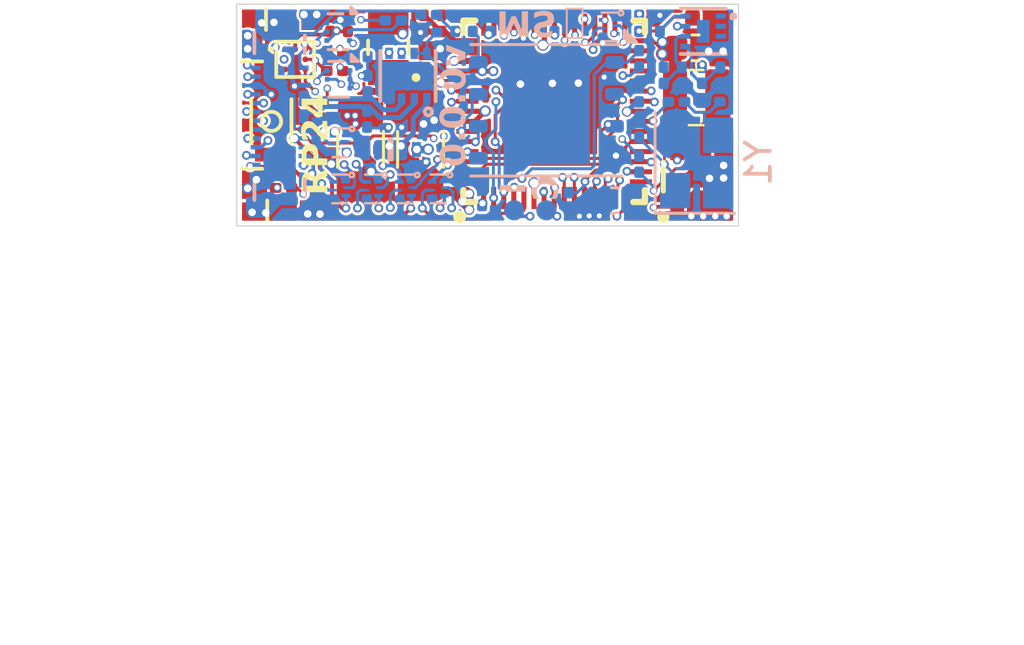
<source format=kicad_pcb>
(kicad_pcb (version 20240108) (generator "pcbnew") (generator_version "8.0")
  (title_block (date "2025-02-16") (rev "v0.0.0"))
  (layers (0 "F.Cu" signal) (1 "In1.Cu" power) (2 "In2.Cu" power) (3 "In3.Cu" signal) (4 "In4.Cu" signal) (31 "B.Cu" signal) (34 "B.Paste" user) (35 "F.Paste" user) (36 "B.SilkS" user "B.Silkscreen") (37 "F.SilkS" user "F.Silkscreen") (38 "B.Mask" user) (39 "F.Mask" user) (44 "Edge.Cuts" user))
  (net 0 "")
  (net 1 "GND")
  (net 2 "Net-(C4-Pad1)")
  (net 3 "+3.3V")
  (net 4 "VDC")
  (net 5 "+1V1")
  (net 6 "/TRACK_RIGHT")
  (net 7 "/TRACK_LEFT")
  (net 8 "/AUX3")
  (net 9 "/AUX6 (VDC)")
  (net 10 "/AUX8 (VDC)")
  (net 11 "/AUX4")
  (net 12 "/MOTOR_A")
  (net 13 "/LAMP_FRONT")
  (net 14 "/AUX1 (VDC)")
  (net 15 "/LAMP_REAR")
  (net 16 "/AUX7 (VDC)")
  (net 17 "/MOTOR_B")
  (net 18 "/AUX5 (VDC)")
  (net 19 "/AUX2 (VDC)")
  (net 20 "/DCC_TTL")
  (net 21 "/ADC_EMF_A")
  (net 22 "/ADC_EMF_B")
  (net 24 "/XIN")
  (net 25 "Net-(U4-VREG_AVDD)")
  (net 26 "Net-(U4-VREG_LX)")
  (net 27 "/SWITCH")
  (net 28 "/CAP_VDC")
  (net 29 "/QSPI_CS")
  (net 30 "/XOUT")
  (net 31 "/AUX10")
  (net 32 "/AUX11")
  (net 33 "/AUX12")
  (net 36 "/CAP+")
  (net 37 "/I2S_DIN")
  (net 38 "/I2S_BCLK")
  (net 39 "/I2S_LRCLK")
  (net 40 "/CAP_ENABLE")
  (net 41 "/COMP_P")
  (net 42 "/COMP_N")
  (net 43 "/QSPI_SD0")
  (net 44 "/QSPI_SD3")
  (net 45 "Net-(U2-BST)")
  (net 46 "/QSPI_SD1")
  (net 47 "/QSPI_SD2")
  (net 48 "/QSPI_SCLK")
  (net 49 "Net-(D7-A)")
  (net 50 "/USB_N")
  (net 51 "/USB_P")
  (net 53 "/GPIO25")
  (net 54 "/GPIO5")
  (net 55 "/GPIO4")
  (net 56 "/GPIO7")
  (net 57 "/GPIO6")
  (net 62 "Net-(Q1B-G2)")
  (net 63 "Net-(Q1A-G1)")
  (net 64 "Net-(Q3B-E2)")
  (net 65 "/SWCLK")
  (net 66 "/SWDIO")
  (net 67 "/SPEAKER_P")
  (net 68 "/SPEAKER_N")
  (net 69 "/GPIO26")
  (net 70 "Net-(U4-GPIO19)")
  (net 71 "/GPIO2")
  (net 72 "/GPIO3")
  (net 73 "/GPIO8")
  (net 74 "/GPIO9")
  (net 78 "Net-(Q3A-B1)")
  (net 79 "Net-(Q3B-B2)")
  (net 80 "Net-(Q4A-B1)")
  (net 81 "Net-(R6-Pad2)")
  (net 82 "/RC_TX")
  (footprint "rp2350-decoder:IND-SMD_L2.5-W2.0-VLS252012CX-150M" (layer "F.Cu") (at 118.22 103.46 180)
    (property "Reference" "L1" (hide yes))
    (property "Value" "4.7uH" (hide yes))
  )
  (footprint "rp2350-decoder:U-DFN1608-2_L1.6-W0.8-RD" (layer "F.Cu") (at 100.61 100.92 90)
    (property "Reference" "D3" (hide yes))
    (property "Value" "LMBR4020H3T5G" (hide yes))
  )
  (footprint "rp2350-decoder:IND-SMD_L2.0-W1.6_AOTA-B201610S3R3-101-T" (layer "F.Cu") (at 106.01 101.46 -90)
    (property "Reference" "L2" (hide yes))
    (property "Value" "3.3uH" (hide yes))
  )
  (footprint "Resistor_SMD:R_0201_0603Metric" (layer "F.Cu") (at 103.89 102.4)
    (property "Reference" "R10" (hide yes))
    (property "Value" "22R" (hide yes))
  )
  (footprint "Capacitor_SMD:C_0201_0603Metric" (layer "F.Cu") (at 104.41 100.51 90)
    (property "Reference" "C19" (hide yes))
    (property "Value" "4.7uF" (hide yes))
  )
  (footprint "Resistor_SMD:R_0201_0603Metric" (layer "F.Cu") (at 108.116559 100.510022 90)
    (property "Reference" "R14" (hide yes))
    (property "Value" "33R" (hide yes))
  )
  (footprint "Capacitor_SMD:C_0201_0603Metric" (layer "F.Cu") (at 108.11 102 -90)
    (property "Reference" "C10" (hide yes))
    (property "Value" "4.7uF" (hide yes))
  )
  (footprint "Resistor_SMD:R_0201_0603Metric" (layer "F.Cu") (at 103.1 103.63)
    (property "Reference" "R11" (hide yes))
    (property "Value" "22R" (hide yes))
  )
  (footprint "LED_SMD:LED_0402_1005Metric" (layer "F.Cu") (at 118.56 100.28 180)
    (property "Reference" "D7" (hide yes))
    (property "Value" "Blue LED" (hide yes))
  )
  (footprint "Capacitor_SMD:C_0201_0603Metric" (layer "F.Cu") (at 107.41 102 90)
    (property "Reference" "C9" (hide yes))
    (property "Value" "4.7uF" (hide yes))
  )
  (footprint "Resistor_SMD:R_0201_0603Metric" (layer "F.Cu") (at 101.86 107.04)
    (property "Reference" "R13" (hide yes))
    (property "Value" "6.8K" (hide yes))
  )
  (footprint "rp2350-decoder:SW-SMD_4P-L2.6-W1.6-P0.75-LS3.0" (layer "F.Cu") (at 101.38 104.4 90)
    (property "Reference" "SW1" (hide yes))
    (property "Value" "BOOT" (hide yes))
  )
  (footprint "Resistor_SMD:R_0201_0603Metric" (layer "F.Cu") (at 103.89 101.7)
    (property "Reference" "R9" (hide yes))
    (property "Value" "22R" (hide yes))
  )
  (footprint "rp2350-decoder:TSOT-26_L2.9-W1.6-P0.95-LS2.8-BL" (layer "F.Cu") (at 118.42 106.59)
    (property "Reference" "U2" (hide yes))
    (property "Value" "AP63203WU" (hide yes))
  )
  (footprint "rp2350-decoder:WLP-9_L1.4-W1.3-P0.40-R3-C3-BR" (layer "F.Cu") (at 102.318733 101.9372 180)
    (property "Reference" "U5" (hide yes))
    (property "Value" "MAX98357AEWL+T" (hide yes))
  )
  (footprint "Capacitor_SMD:C_0603_1608Metric" (layer "F.Cu") (at 118.2 101.48)
    (property "Reference" "C7" (hide yes))
    (property "Value" "22uF" (hide yes))
  )
  (footprint "Capacitor_SMD:C_0201_0603Metric" (layer "F.Cu") (at 107.41 100.51 -90)
    (property "Reference" "C14" (hide yes))
    (property "Value" "4.7uF" (hide yes))
  )
  (footprint "rp2350-decoder:QFN-60_L7.0-W7.0-P0.40-TL-EP3.4" (layer "F.Cu") (at 112.59 104 90)
    (property "Reference" "U4" (hide yes))
    (property "Value" "RP2350A" (hide yes))
  )
  (footprint "Capacitor_SMD:C_1206_3216Metric" (layer "F.Cu") (at 107.29 105.51 90)
    (property "Reference" "C17" (hide yes))
    (property "Value" "47uF" (hide yes))
  )
  (footprint "Capacitor_SMD:C_1206_3216Metric" (layer "F.Cu") (at 104.91 105.51 -90)
    (property "Reference" "C8" (hide yes))
    (property "Value" "100uF" (hide yes))
  )
  (footprint "rp2350-decoder:U-DFN1608-2_L1.6-W0.8-RD" (layer "F.Cu") (at 102.26 100.37)
    (property "Reference" "D1" (hide yes))
    (property "Value" "LMBR4020H3T5G" (hide yes))
  )
  (footprint "rp2350-decoder:U-DFN1608-2_L1.6-W0.8-RD" (layer "F.Cu") (at 100.61 107.38 -90)
    (property "Reference" "D4" (hide yes))
    (property "Value" "LMBR4020H3T5G" (hide yes))
  )
  (footprint "Capacitor_SMD:C_0201_0603Metric" (layer "F.Cu") (at 103.71 100.51 90)
    (property "Reference" "C18" (hide yes))
    (property "Value" "4.7uF" (hide yes))
  )
  (footprint "rp2350-decoder:U-DFN1608-2_L1.6-W0.8-RD" (layer "F.Cu") (at 102.26 107.94)
    (property "Reference" "D2" (hide yes))
    (property "Value" "LMBR4020H3T5G" (hide yes))
  )
  (footprint "Resistor_SMD:R_0201_0603Metric" (layer "B.Cu") (at 119.18 102.57 -90)
    (property "Reference" "R2" (hide yes))
    (property "Value" "1K" (hide yes))
  )
  (footprint "Resistor_SMD:R_0201_0603Metric" (layer "B.Cu") (at 106.21 100.39)
    (property "Reference" "R12" (hide yes))
    (property "Value" "6.8K" (hide yes))
  )
  (footprint "Capacitor_SMD:C_0201_0603Metric" (layer "B.Cu") (at 115.959891 103.307149 90)
    (property "Reference" "C11" (hide yes))
    (property "Value" "100nF" (hide yes))
  )
  (footprint "rp2350-decoder:X2-DFN0806-6_L0.8-W0.6_X2-DFN0806-6" (layer "B.Cu") (at 107.99 107.08 -90)
    (property "Reference" "Q8" (hide yes))
    (property "Value" "DMN2991UDA-7B" (hide yes))
  )
  (footprint "rp2350-decoder:X2-DFN0806-6_L0.8-W0.6_X2-DFN0806-6" (layer "B.Cu") (at 104.1 105.25 -90)
    (property "Reference" "Q2" (hide yes))
    (property "Value" "DMN2991UDA-7B" (hide yes))
  )
  (footprint "Resistor_SMD:R_0201_0603Metric" (layer "B.Cu") (at 107.61 100.17 180)
    (property "Reference" "R7" (hide yes))
    (property "Value" "6.8K" (hide yes))
  )
  (footprint "rp2350-decoder:DIO-SMD_L1.0-W0.6-P0.65-RD" (layer "B.Cu") (at 106.8 105.52)
    (property "Reference" "D5" (hide yes))
    (property "Value" "RB161QS-40" (hide yes))
  )
  (footprint "Resistor_SMD:R_0201_0603Metric" (layer "B.Cu") (at 105.19 101.51 -90)
    (property "Reference" "R19" (hide yes))
    (property "Value" "1K" (hide yes))
  )
  (footprint "rp2350-decoder:DIO-SMD_L1.0-W0.6-P0.65-RD" (layer "B.Cu") (at 105.4 105.52 180)
    (property "Reference" "D6" (hide yes))
    (property "Value" "RB161QS-40" (hide yes))
  )
  (footprint "Capacitor_SMD:C_0201_0603Metric" (layer "B.Cu") (at 116.78 100.51 -90)
    (property "Reference" "C1" (hide yes))
    (property "Value" "100nF" (hide yes))
  )
  (footprint "Resistor_SMD:R_0201_0603Metric" (layer "B.Cu") (at 115.96 100.51 90)
    (property "Reference" "R15" (hide yes))
    (property "Value" "1K" (hide yes))
  )
  (footprint "Capacitor_SMD:C_0201_0603Metric" (layer "B.Cu") (at 109.73 107.42 90)
    (property "Reference" "C13" (hide yes))
    (property "Value" "100nF" (hide yes))
  )
  (footprint "rp2350-decoder:X2-DFN0806-6_L0.8-W0.6_X2-DFN0806-6" (layer "B.Cu") (at 105.39 107.08 -90)
    (property "Reference" "Q5" (hide yes))
    (property "Value" "DMN2991UDA-7B" (hide yes))
  )
  (footprint "Capacitor_SMD:C_0201_0603Metric" (layer "B.Cu") (at 113.17 107.55 -90)
    (property "Reference" "C16" (hide yes))
    (property "Value" "100nF" (hide yes))
  )
  (footprint "Capacitor_SMD:C_0201_0603Metric" (layer "B.Cu") (at 112.6 100.51 90)
    (property "Reference" "C12" (hide yes))
    (property "Value" "100nF" (hide yes))
  )
  (footprint "rp2350-decoder:Pogo Pad 0.8mm" (layer "B.Cu") (at 111 107.93 180)
    (property "Reference" "J1" (hide yes))
    (property "Value" "SWDIO" (hide yes))
  )
  (footprint "Resistor_SMD:R_0201_0603Metric" (layer "B.Cu") (at 117.65 102.57 -90)
    (property "Reference" "R4" (hide yes))
    (property "Value" "1K" (hide yes))
  )
  (footprint "Capacitor_SMD:C_0201_0603Metric" (layer "B.Cu") (at 107.61 100.87 180)
    (property "Reference" "C20" (hide yes))
    (property "Value" "100nF" (hide yes))
  )
  (footprint "Resistor_SMD:R_0201_0603Metric" (layer "B.Cu") (at 115.96 101.91 -90)
    (property "Reference" "R6" (hide yes))
    (property "Value" "6.8K" (hide yes))
  )
  (footprint "Capacitor_SMD:C_0201_0603Metric" (layer "B.Cu") (at 110.06 100.51 90)
    (property "Reference" "C15" (hide yes))
    (property "Value" "100nF" (hide yes))
  )
  (footprint "Crystal:Crystal_SMD_3225-4Pin_3.2x2.5mm" (layer "B.Cu") (at 118.24 106.05 90)
    (property "Reference" "Y1")
    (property "Value" "ABM8-272-T3")
  )
  (footprint "Capacitor_SMD:C_0603_1608Metric" (layer "B.Cu") (at 115 107.55 180)
    (property "Reference" "C2" (hide yes))
    (property "Value" "10uF" (hide yes))
  )
  (footprint "Capacitor_SMD:C_0201_0603Metric" (layer "B.Cu") (at 109.36 100.51 90)
    (property "Reference" "C3" (hide yes))
    (property "Value" "100nF" (hide yes))
  )
  (footprint "Capacitor_SMD:C_0201_0603Metric" (layer "B.Cu") (at 115.96 106.1 -90)
    (property "Reference" "C5" (hide yes))
    (property "Value" "100nF" (hide yes))
  )
  (footprint "Capacitor_SMD:C_0201_0603Metric" (layer "B.Cu") (at 118.84 103.62 180)
    (property "Reference" "C4" (hide yes))
    (property "Value" "10pF" (hide yes))
  )
  (footprint "rp2350-decoder:Pogo Pad 0.8mm" (layer "B.Cu") (at 112.28 107.93 180)
    (property "Reference" "J2" (hide yes))
    (property "Value" "SWCLK" (hide yes))
  )
  (footprint "Resistor_SMD:R_0201_0603Metric" (layer "B.Cu") (at 116.93 102.57 -90)
    (property "Reference" "R3" (hide yes))
    (property "Value" "2.2K" (hide yes))
  )
  (footprint "rp2350-decoder:X2-DFN0806-6_L0.8-W0.6_X2-DFN0806-6" (layer "B.Cu") (at 104.09 107.08 -90)
    (property "Reference" "Q6" (hide yes))
    (property "Value" "DMN2991UDA-7B" (hide yes))
  )
  (footprint "rp2350-decoder:WDFN-8_L2.0-W2.0-P0.50-BL-EP" (layer "B.Cu") (at 106.79 102.6 180)
    (property "Reference" "U6" (hide yes))
    (property "Value" "MD9927" (hide yes))
  )
  (footprint "Resistor_SMD:R_0201_0603Metric" (layer "B.Cu") (at 108.66 100.51 -90)
    (property "Reference" "R8" (hide yes))
    (property "Value" "6.8K" (hide yes))
  )
  (footprint "Package_TO_SOT_SMD:SOT-963" (layer "B.Cu") (at 104.04 102.73 180)
    (property "Reference" "Q3" (hide yes))
    (property "Value" "NST847BPDP6T5G" (hide yes))
  )
  (footprint "rp2350-decoder:X2-DFN0806-6_L0.8-W0.6_X2-DFN0806-6" (layer "B.Cu") (at 106.69 107.08 -90)
    (property "Reference" "Q7" (hide yes))
    (property "Value" "DMN2991UDA-7B" (hide yes))
  )
  (footprint "Local Library:5050662422" (layer "B.Cu") (at 101.7 104.2 -90)
    (property "Reference" "J3" (hide yes))
    (property "Value" "5052702412" (hide yes))
  )
  (footprint "Package_TO_SOT_SMD:SOT-963" (layer "B.Cu") (at 104.02 100.84 180)
    (property "Reference" "Q4" (hide yes))
    (property "Value" "NST847BPDP6T5G" (hide yes))
  )
  (footprint "Resistor_SMD:R_0201_0603Metric" (layer "B.Cu") (at 105.19 102.91 -90)
    (property "Reference" "R18" (hide yes))
    (property "Value" "6.8K" (hide yes))
  )
  (footprint "Package_SON:WSON-8-1EP_6x5mm_P1.27mm_EP3.4x4.3mm" (layer "B.Cu") (at 112.28 103.96 180)
    (property "Reference" "U3" (hide yes))
    (property "Value" "W25Q128JVPIQ" (hide yes))
  )
  (footprint "rp2350-decoder:X2-DFN0806-6_L0.8-W0.6_X2-DFN0806-6" (layer "B.Cu") (at 114.769896 100.65 -90)
    (property "Reference" "Q1" (hide yes))
    (property "Value" "DMN2991UDA-7B" (hide yes))
  )
  (footprint "Capacitor_SMD:C_0201_0603Metric" (layer "B.Cu") (at 115.96 104.7 90)
    (property "Reference" "C6" (hide yes))
    (property "Value" "10pF" (hide yes))
  )
  (footprint "Resistor_SMD:R_0201_0603Metric" (layer "B.Cu") (at 106.22 104.66 180)
    (property "Reference" "R17" (hide yes))
    (property "Value" "1K" (hide yes))
  )
  (footprint "Resistor_SMD:R_0201_0603Metric" (layer "B.Cu") (at 117.44 103.62 180)
    (property "Reference" "R5" (hide yes))
    (property "Value" "1K" (hide yes))
  )
  (footprint "rp2350-decoder:DFN-8_L1.6-W1.6-P0.40-BL-EP" (layer "B.Cu") (at 118.5 100.825 -90)
    (property "Reference" "U1" (hide yes))
    (property "Value" "NCS2220AMUT1G" (hide yes))
  )
  (footprint "Resistor_SMD:R_0201_0603Metric" (layer "B.Cu") (at 105.17 104.31 90)
    (property "Reference" "R16" (hide yes))
    (property "Value" "6.8K" (hide yes))
  )
  (footprint "Resistor_SMD:R_0201_0603Metric" (layer "B.Cu") (at 118.45 102.57 -90)
    (property "Reference" "R1" (hide yes))
    (property "Value" "6.8K" (hide yes))
  )
  (gr_rect (start 100 99.75) (end 119.9 108.55) (stroke (width 0.05)) (fill none) (layer "Edge.Cuts"))
  (gr_text "󱟶" (at 112.98 99.97 180) (layer "B.SilkS") (effects (font (size 1 1) (thickness 0.18) (bold yes)) (justify left bottom mirror)))
  (gr_text "I" (at 111.62 107.06 90) (layer "B.SilkS") (effects (font (size 1 1) (thickness 0.2) (bold yes)) (justify bottom mirror)))
  (gr_text "C" (at 112.91 107.05 90) (layer "B.SilkS") (effects (font (size 1 1) (thickness 0.2) (bold yes)) (justify bottom mirror)))
  (gr_text "MS" (at 110.29 99.86 180) (layer "B.SilkS") (effects (font (size 1 1) (thickness 0.18) (bold yes)) (justify left bottom mirror)))
  (gr_text "${REVISION}" (at 109.24 103.78 90) (layer "B.SilkS") (effects (font (size 1 1) (thickness 0.2) (bold yes)) (justify bottom mirror)))
  (gr_text "RP24" (at 103.76 107.34 90) (layer "F.SilkS") (effects (font (size 1 1) (thickness 0.18) (bold yes)) (justify left bottom)))
  (segment (start 111.4 101.068209) (end 111.4 100.56) (width 0.12) (layer "F.Cu") (net 1))
  (segment (start 111.37035 101.097859) (end 111.4 101.068209) (width 0.12) (layer "F.Cu") (net 1))
  (via (at 116.78 100.19) (size 0.35) (drill 0.2) (layers "F.Cu" "B.Cu") (net 1))
  (via (at 111.37035 101.097859) (size 0.35) (drill 0.2) (layers "F.Cu" "B.Cu") (net 1))
  (via (at 107.82618 104.354709) (size 0.4) (drill 0.3) (layers "F.Cu" "B.Cu") (net 1))
  (via (at 113.980126 108.150377) (size 0.35) (drill 0.2) (layers "F.Cu" "B.Cu") (net 1))
  (via (at 104.11 100.37) (size 0.35) (drill 0.25) (layers "F.Cu" "B.Cu") (net 1))
  (via (at 119.31 106.65) (size 0.45) (drill 0.3) (layers "F.Cu" "B.Cu") (net 1))
  (via (at 108.068481 101.515001) (size 0.4) (drill 0.3) (layers "F.Cu" "B.Cu") (net 1))
  (via (at 107.410588 104.50255) (size 0.4) (drill 0.3) (layers "F.Cu" "B.Cu") (net 1))
  (via (at 113.59 108.165) (size 0.35) (drill 0.2) (layers "F.Cu" "B.Cu") (net 1))
  (via (at 119.31 106.15) (size 0.45) (drill 0.3) (layers "F.Cu" "B.Cu") (net 1))
  (via (at 105.325 106.389998) (size 0.45) (drill 0.3) (layers "F.Cu" "B.Cu") (net 1))
  (via (at 114.51 101.285002) (size 0.35) (drill 0.2) (layers "F.Cu" "B.Cu") (net 1))
  (via (at 113.55 102.88) (size 0.45) (drill 0.3) (layers "F.Cu" "B.Cu") (net 1))
  (via (at 103.17 100.16) (size 0.4) (drill 0.3) (layers "F.Cu" "B.Cu") (net 1))
  (via (at 118.75 106.66) (size 0.45) (drill 0.3) (layers "F.Cu" "B.Cu") (net 1))
  (via (at 112.52 102.89) (size 0.45) (drill 0.3) (layers "F.Cu" "B.Cu") (net 1))
  (via (at 115.04096 105.761333) (size 0.35) (drill 0.25) (layers "F.Cu" "B.Cu") (net 1))
  (via (at 102.291019 102.998462) (size 0.35) (drill 0.2) (layers "F.Cu" "B.Cu") (net 1))
  (via (at 118.72 101.610002) (size 0.45) (drill 0.3) (layers "F.Cu" "B.Cu") (net 1))
  (via (at 102.815149 108.072121) (size 0.45) (drill 0.3) (layers "F.Cu" "B.Cu") (net 1))
  (via (at 119.29 101.61) (size 0.45) (drill 0.3) (layers "F.Cu" "B.Cu") (net 1))
  (via (at 107.511298 106.011253) (size 0.35) (drill 0.2) (layers "F.Cu" "B.Cu") (net 1))
  (via (at 106.54 104.635) (size 0.35) (drill 0.2) (layers "F.Cu" "B.Cu") (net 1))
  (via (at 103.750122 106.096569) (size 0.45) (drill 0.3) (layers "F.Cu" "B.Cu") (net 1))
  (via (at 102.665002 100.16) (size 0.4) (drill 0.3) (layers "F.Cu" "B.Cu") (net 1))
  (via (at 114.380125 108.150376) (size 0.35) (drill 0.2) (layers "F.Cu" "B.Cu") (net 1))
  (via (at 103.3 108.08) (size 0.45) (drill 0.3) (layers "F.Cu" "B.Cu") (net 1))
  (via (at 111.25 102.921362) (size 0.45) (drill 0.3) (layers "F.Cu" "B.Cu") (net 1))
  (via (at 101.369347 103.328557) (size 0.35) (drill 0.2) (layers "F.Cu" "B.Cu") (net 1))
  (via (at 114.574514 102.643391) (size 0.35) (drill 0.2) (layers "F.Cu" "B.Cu") (net 1))
  (via (at 107.29 100.87) (size 0.35) (drill 0.2) (layers "F.Cu" "B.Cu") (net 1))
  (segment (start 106.11975 103.27025) (end 106.79 102.6) (width 0.12) (layer "B.Cu") (net 1))
  (segment (start 107.00473 106.73) (end 106.96 106.73) (width 0.12) (layer "B.Cu") (net 1))
  (segment (start 104.35 100.37) (end 104.47 100.49) (width 0.12) (layer "B.Cu") (net 1))
  (segment (start 101.01579 102.975) (end 100.75 102.975) (width 0.12) (layer "B.Cu") (net 1))
  (segment (start 107.511298 106.223432) (end 107.00473 106.73) (width 0.12) (layer "B.Cu") (net 1))
  (segment (start 105.325 106.389998) (end 105.325 106.425) (width 0.15) (layer "B.Cu") (net 1))
  (segment (start 104.11 100.37) (end 104.35 100.37) (width 0.12) (layer "B.Cu") (net 1))
  (segment (start 102.314481 102.975) (end 102.65 102.975) (width 0.15) (layer "B.Cu") (net 1))
  (segment (start 107.107715 102.209999) (end 107.500237 102.209999) (width 0.12) (layer "B.Cu") (net 1))
  (segment (start 103.750122 106.120122) (end 104.36 106.73) (width 0.15) (layer "B.Cu") (net 1))
  (segment (start 107.511298 106.011253) (end 107.511298 106.223432) (width 0.12) (layer "B.Cu") (net 1))
  (segment (start 102.291019 102.998462) (end 102.314481 102.975) (width 0.15) (layer "B.Cu") (net 1))
  (segment (start 101.369347 103.328557) (end 101.01579 102.975) (width 0.12) (layer "B.Cu") (net 1))
  (segment (start 105.63 106.73) (end 105.66 106.73) (width 0.15) (layer "B.Cu") (net 1))
  (segment (start 114.499896 101) (end 114.499896 101.274898) (width 0.12) (layer "B.Cu") (net 1))
  (segment (start 114.499896 101.274898) (end 114.51 101.285002) (width 0.12) (layer "B.Cu") (net 1))
  (segment (start 105.325 106.425) (end 105.63 106.73) (width 0.15) (layer "B.Cu") (net 1))
  (segment (start 103.750122 106.096569) (end 103.750122 106.120122) (width 0.15) (layer "B.Cu") (net 1))
  (segment (start 106.105038 103.27025) (end 106.11975 103.27025) (width 0.12) (layer "B.Cu") (net 1))
  (segment (start 118.55 104.41) (end 119.09 104.95) (width 0.12) (layer "B.Cu") (net 2))
  (segment (start 118.55 104.04) (end 118.55 104.41) (width 0.12) (layer "B.Cu") (net 2))
  (segment (start 118.18 104.04) (end 118.74 104.04) (width 0.12) (layer "B.Cu") (net 2))
  (segment (start 117.76 103.62) (end 118.18 104.04) (width 0.12) (layer "B.Cu") (net 2))
  (segment (start 118.74 104.04) (end 119.16 103.62) (width 0.12) (layer "B.Cu") (net 2))
  (segment (start 109.855 103.987629) (end 109.842629 104) (width 0.2) (layer "F.Cu") (net 3))
  (segment (start 115.011571 106.336333) (end 115.42 105.927904) (width 0.12) (layer "F.Cu") (net 3))
  (segment (start 113.811864 106.79) (end 113.79 106.811864) (width 0.12) (layer "F.Cu") (net 3))
  (segment (start 110.15 100.83) (end 109.88 100.83) (width 0.15) (layer "F.Cu") (net 3))
  (segment (start 116.51 101.2) (end 116.03 101.2) (width 0.12) (layer "F.Cu") (net 3))
  (segment (start 113.811864 106.79) (end 113.811864 106.753476) (width 0.12) (layer "F.Cu") (net 3))
  (segment (start 116.87531 101.72) (end 116.87531 101.56531) (width 0.12) (layer "F.Cu") (net 3))
  (segment (start 117.425 101.48) (end 117.425 101.72) (width 0.5) (layer "F.Cu") (net 3))
  (segment (start 110.1 100.83) (end 110.15 100.83) (width 0.12) (layer "F.Cu") (net 3))
  (segment (start 114.229007 106.336333) (end 115.011571 106.336333) (width 0.12) (layer "F.Cu") (net 3))
  (segment (start 102.538402 100.955) (end 103.585 100.955) (width 0.15) (layer "F.Cu") (net 3))
  (segment (start 103.26 104.11) (end 102.78 103.63) (width 0.12) (layer "F.Cu") (net 3))
  (segment (start 109.240022 100.190022) (end 108.116559 100.190022) (width 0.15) (layer "F.Cu") (net 3))
  (segment (start 116.88 101.25) (end 116.88 101.71531) (width 0.3) (layer "F.Cu") (net 3))
  (segment (start 117.39 101.755) (end 117.39 103.46) (width 0.5) (layer "F.Cu") (net 3))
  (segment (start 102.318733 101.174669) (end 102.538402 100.955) (width 0.15) (layer "F.Cu") (net 3))
  (segment (start 109.99 100.94) (end 109.240022 100.190022) (width 0.15) (layer "F.Cu") (net 3))
  (segment (start 110.15 100.83) (end 110.2 100.78) (width 0.12) (layer "F.Cu") (net 3))
  (segment (start 113.79 106.811864) (end 113.79 107.44) (width 0.12) (layer "F.Cu") (net 3))
  (segment (start 116.87531 101.56531) (end 116.51 101.2) (width 0.12) (layer "F.Cu") (net 3))
  (segment (start 115.42 105.927904) (end 115.42 105.42) (width 0.12) (layer "F.Cu") (net 3))
  (segment (start 103.585 100.955) (end 103.71 100.83) (width 0.15) (layer "F.Cu") (net 3))
  (segment (start 109.855 103.987629) (end 109.442629 104.4) (width 0.2) (layer "F.Cu") (net 3))
  (segment (start 103.71 100.83) (end 104.41 100.83) (width 0.15) (layer "F.Cu") (net 3))
  (segment (start 109.14 102.41) (end 108.2 102.41) (width 0.2) (layer "F.Cu") (net 3))
  (segment (start 102.318733 101.5372) (end 102.318733 101.174669) (width 0.15) (layer "F.Cu") (net 3))
  (segment (start 109.88 100.83) (end 109.8 100.75) (width 0.15) (layer "F.Cu") (net 3))
  (segment (start 109.842629 104) (end 109.15 104) (width 0.2) (layer "F.Cu") (net 3))
  (segment (start 116.87531 101.72) (end 116.91031 101.755) (width 0.5) (layer "F.Cu") (net 3))
  (segment (start 109.74 102.404681) (end 110.175003 102.404681) (width 0.2) (layer "F.Cu") (net 3))
  (segment (start 116.88 101.25) (end 116.87531 101.25469) (width 0.3) (layer "F.Cu") (net 3))
  (segment (start 115.64 105.2) (end 116.03 105.2) (width 0.12) (layer "F.Cu") (net 3))
  (segment (start 116.91031 101.755) (end 117.39 101.755) (width 0.5) (layer "F.Cu") (net 3))
  (segment (start 116.529998 107.82) (end 116.559998 107.79) (width 0.15) (layer "F.Cu") (net 3))
  (segment (start 116.87531 101.25469) (end 116.87531 101.72) (width 0.3) (layer "F.Cu") (net 3))
  (segment (start 109.99 100.94) (end 110.1 100.83) (width 0.12) (layer "F.Cu") (net 3))
  (segment (start 116.88 101.71531) (end 116.87531 101.72) (width 0.3) (layer "F.Cu") (net 3))
  (segment (start 104.709218 104.499812) (end 104.38 104.170594) (width 0.5) (layer "F.Cu") (net 3))
  (segment (start 113.811864 106.753476) (end 114.229007 106.336333) (width 0.12) (layer "F.Cu") (net 3))
  (segment (start 104.835 104.11) (end 103.26 104.11) (width 0.12) (layer "F.Cu") (net 3))
  (segment (start 115.42 105.42) (end 115.64 105.2) (width 0.12) (layer "F.Cu") (net 3))
  (segment (start 109.15 102.4) (end 109.735319 102.4) (width 0.2) (layer "F.Cu") (net 3))
  (segment (start 109.15 102.4) (end 109.14 102.41) (width 0.2) (layer "F.Cu") (net 3))
  (segment (start 116.559998 107.79) (end 117.47 107.79) (width 0.15) (layer "F.Cu") (net 3))
  (segment (start 109.745876 107.651616) (end 109.745876 107.484124) (width 0.12) (layer "F.Cu") (net 3))
  (segment (start 109.735319 102.4) (end 109.74 102.404681) (width 0.2) (layer "F.Cu") (net 3))
  (segment (start 104.71 104.499812) (end 104.709218 104.499812) (width 0.5) (layer "F.Cu") (net 3))
  (segment (start 101.918733 101.5372) (end 102.318733 101.5372) (width 0.15) (layer "F.Cu") (net 3))
  (segment (start 117.425 101.72) (end 117.39 101.755) (width 0.5) (layer "F.Cu") (net 3))
  (via (at 116.529998 107.82) (size 0.3) (drill 0.2) (layers "F.Cu" "B.Cu") (net 3))
  (via (at 109.99 100.94) (size 0.4) (drill 0.25) (layers "F.Cu" "B.Cu") (net 3))
  (via (at 112.614998 100.981603) (size 0.35) (drill 0.2) (layers "F.Cu" "B.Cu") (net 3))
  (via (at 116.87531 101.72) (size 0.45) (drill 0.3) (layers "F.Cu" "B.Cu") (net 3))
  (via (at 104.38 104.170594) (size 0.3) (drill 0.2) (layers "F.Cu" "B.Cu") (net 3))
  (via (at 101.066727 104.375001) (size 0.35) (drill 0.2) (layers "F.Cu" "B.Cu") (net 3))
  (via (at 110.175003 102.404681) (size 0.4) (drill 0.25) (layers "F.Cu" "B.Cu") (net 3))
  (via (at 109.745876 107.651616) (size 0.4) (drill 0.25) (layers "F.Cu" "B.Cu") (net 3))
  (via (at 104.692565 104.170594) (size 0.3) (drill 0.2) (layers "F.Cu" "B.Cu") (net 3))
  (via (at 116.88 101.25) (size 0.45) (drill 0.3) (layers "F.Cu" "B.Cu") (net 3))
  (via (at 113.811864 106.79) (size 0.35) (drill 0.2) (layers "F.Cu" "B.Cu") (net 3))
  (via (at 104.71 104.499812) (size 0.3) (drill 0.2) (layers "F.Cu" "B.Cu") (net 3))
  (via (at 109.74 102.404681) (size 0.4) (drill 0.25) (layers "F.Cu" "B.Cu") (net 3))
  (via (at 109.855 103.987629) (size 0.45) (drill 0.3) (layers "F.Cu" "B.Cu") (net 3))
  (via (at 103.954999 100.8031) (size 0.35) (drill 0.2) (layers "F.Cu" "B.Cu") (net 3))
  (segment (start 103.954999 100.8031) (end 103.84 100.918099) (width 0.12) (layer "B.Cu") (net 3))
  (segment (start 107.04 101.7) (end 107.54 101.7) (width 0.12) (layer "B.Cu") (net 3))
  (segment (start 113.5 107.23) (end 113.17 107.23) (width 0.12) (layer "B.Cu") (net 3))
  (segment (start 103.84 100.918099) (end 103.84 100.982512) (width 0.12) (layer "B.Cu") (net 3))
  (segment (start 109.58 102.055) (end 109.58 101.05) (width 0.12) (layer "B.Cu") (net 3))
  (segment (start 109.5325 102.007499) (end 109.17 102.37) (width 0.12) (layer "B.Cu") (net 3))
  (segment (start 116.78 101.15) (end 116.88 101.25) (width 0.12) (layer "B.Cu") (net 3))
  (segment (start 103.632512 101.19) (end 103.57 101.19) (width 0.12) (layer "B.Cu") (net 3))
  (segment (start 108.21 102.37) (end 107.54 101.7) (width 0.12) (layer "B.Cu") (net 3))
  (segment (start 109.58 101.05) (end 109.36 100.83) (width 0.12) (layer "B.Cu") (net 3))
  (segment (start 117.365 100.225) (end 117.8 100.225) (width 0.12) (layer "B.Cu") (net 3))
  (segment (start 101.051772 104.360046) (end 100.764954 104.360046) (width 0.15) (layer "B.Cu") (net 3))
  (segment (start 101.066727 104.375001) (end 101.051772 104.360046) (width 0.15) (layer "B.Cu") (net 3))
  (segment (start 113.811864 106.79) (end 113.811864 106.918136) (width 0.12) (layer "B.Cu") (net 3))
  (segment (start 116.87531 101.72) (end 116.87531 102.19531) (width 0.12) (layer "B.Cu") (net 3))
  (segment (start 116.78 100.83) (end 116.78 101.15) (width 0.12) (layer "B.Cu") (net 3))
  (segment (start 109.17 102.37) (end 108.21 102.37) (width 0.12) (layer "B.Cu") (net 3))
  (segment (start 103.84 100.982512) (end 103.632512 101.19) (width 0.12) (layer "B.Cu") (net 3))
  (segment (start 107.54 101.26) (end 107.93 100.87) (width 0.12) (layer "B.Cu") (net 3))
  (segment (start 113.811864 106.918136) (end 113.5 107.23) (width 0.12) (layer "B.Cu") (net 3))
  (segment (start 116.78 100.81) (end 117.365 100.225) (width 0.12) (layer "B.Cu") (net 3))
  (segment (start 107.54 101.7) (end 107.54 101.26) (width 0.12) (layer "B.Cu") (net 3))
  (via (at 100.435 101) (size 0.45) (drill 0.3) (layers "F.Cu" "B.Cu") (net 4))
  (via (at 100.435 107.056387) (size 0.45) (drill 0.3) (layers "F.Cu" "B.Cu") (net 4))
  (via (at 118.46 102.149599) (size 0.35) (drill 0.2) (layers "F.Cu" "B.Cu") (net 4))
  (via (at 107.14 105.51) (size 0.45) (drill 0.3) (layers "F.Cu" "B.Cu") (net 4))
  (via (at 100.435 101.52) (size 0.45) (drill 0.3) (layers "F.Cu" "B.Cu") (net 4))
  (via (at 100.777946 106.713436) (size 0.45) (drill 0.3) (layers "F.Cu" "B.Cu") (net 4))
  (via (at 107.593753 105.50796) (size 0.45) (drill 0.3) (layers "F.Cu" "B.Cu") (net 4))
  (segment (start 107.593753 105.50796) (end 107.581713 105.52) (width 0.3) (layer "B.Cu") (net 4))
  (segment (start 107.581713 105.52) (end 107.125 105.52) (width 0.3) (layer "B.Cu") (net 4))
  (segment (start 106.15 102.32) (end 107.41 102.32) (width 0.3) (layer "F.Cu") (net 5))
  (segment (start 112.2 101.31363) (end 112.2 100.56) (width 0.2) (layer "F.Cu") (net 5))
  (segment (start 107.908112 102.86) (end 107.41 102.361888) (width 0.3) (layer "F.Cu") (net 5))
  (segment (start 108.169534 102.778219) (end 109.128219 102.778219) (width 0.12) (layer "F.Cu") (net 5))
  (segment (start 115.517701 104.012299) (end 115.53 104) (width 0.2) (layer "F.Cu") (net 5))
  (segment (start 108.087753 102.86) (end 108.169534 102.778219) (width 0.12) (layer "F.Cu") (net 5))
  (segment (start 108.087753 102.86) (end 107.908112 102.86) (width 0.3) (layer "F.Cu") (net 5))
  (segment (start 115.473512 104.012299) (end 115.517701 104.012299) (width 0.2) (layer "F.Cu") (net 5))
  (segment (start 112.14363 101.37) (end 112.2 101.31363) (width 0.2) (layer "F.Cu") (net 5))
  (segment (start 115.53 104) (end 116.03 104) (width 0.2) (layer "F.Cu") (net 5))
  (via (at 108.087753 102.86) (size 0.4) (drill 0.3) (layers "F.Cu" "B.Cu") (net 5))
  (via (at 115.473512 104.012299) (size 0.4) (drill 0.3) (layers "F.Cu" "B.Cu") (net 5))
  (via (at 111.789999 106.850918) (size 0.45) (drill 0.35) (layers "F.Cu" "B.Cu") (net 5))
  (via (at 112.14363 101.37) (size 0.45) (drill 0.35) (layers "F.Cu" "B.Cu") (net 5))
  (segment (start 115.473512 104.012299) (end 115.858662 103.627149) (width 0.2) (layer "B.Cu") (net 5))
  (via (at 101.15 108.03) (size 0.45) (drill 0.3) (layers "F.Cu" "B.Cu") (net 6))
  (via (at 103.186337 102.81278) (size 0.3) (drill 0.2) (layers "F.Cu" "B.Cu") (net 6))
  (via (at 100.61 108.01) (size 0.45) (drill 0.3) (layers "F.Cu" "B.Cu") (net 6))
  (segment (start 103.186337 102.721151) (end 103.527488 102.38) (width 0.12) (layer "B.Cu") (net 6))
  (segment (start 103.527488 102.38) (end 103.59 102.38) (width 0.12) (layer "B.Cu") (net 6))
  (segment (start 103.186337 102.81278) (end 103.186337 102.721151) (width 0.12) (layer "B.Cu") (net 6))
  (via (at 100.99 100.489998) (size 0.45) (drill 0.3) (layers "F.Cu" "B.Cu") (net 7))
  (via (at 101.474766 100.47) (size 0.45) (drill 0.3) (layers "F.Cu" "B.Cu") (net 7))
  (segment (start 107.29 100.17) (end 107.14 100.02) (width 0.12) (layer "B.Cu") (net 7))
  (segment (start 103.57 100.49) (end 103.5 100.49) (width 0.12) (layer "B.Cu") (net 7))
  (segment (start 103.57 100.422096) (end 103.57 100.49) (width 0.12) (layer "B.Cu") (net 7))
  (segment (start 103.5 100.49) (end 103.07868 100.91132) (width 0.12) (layer "B.Cu") (net 7))
  (segment (start 103.07868 100.91132) (end 102.27568 100.91132) (width 0.12) (layer "B.Cu") (net 7))
  (segment (start 107.14 100.02) (end 103.972096 100.02) (width 0.12) (layer "B.Cu") (net 7))
  (segment (start 103.972096 100.02) (end 103.57 100.422096) (width 0.12) (layer "B.Cu") (net 7))
  (segment (start 116.429167 106.01) (end 116.04 106.01) (width 0.12) (layer "F.Cu") (net 8))
  (segment (start 116.434168 106.015001) (end 116.429167 106.01) (width 0.12) (layer "F.Cu") (net 8))
  (via (at 116.434168 106.015001) (size 0.35) (drill 0.2) (layers "F.Cu" "B.Cu") (net 8))
  (via (at 100.433273 103.324999) (size 0.35) (drill 0.2) (layers "F.Cu" "B.Cu") (net 8))
  (segment (start 100.75 103.325) (end 100.433274 103.325) (width 0.12) (layer "B.Cu") (net 8))
  (segment (start 100.433274 103.325) (end 100.433273 103.324999) (width 0.12) (layer "B.Cu") (net 8))
  (via (at 101.235002 105.16) (size 0.35) (drill 0.2) (layers "F.Cu" "B.Cu") (net 9))
  (via (at 105.790512 106.159075) (size 0.35) (drill 0.2) (layers "F.Cu" "B.Cu") (net 9))
  (segment (start 101.235002 105.16) (end 100.970002 105.425) (width 0.15) (layer "B.Cu") (net 9))
  (segment (start 106.45 106.363418) (end 106.45 106.8) (width 0.15) (layer "B.Cu") (net 9))
  (segment (start 100.970002 105.425) (end 100.75 105.425) (width 0.15) (layer "B.Cu") (net 9))
  (segment (start 105.938559 106.150211) (end 106.236793 106.150211) (width 0.15) (layer "B.Cu") (net 9))
  (segment (start 106.236793 106.150211) (end 106.45 106.363418) (width 0.15) (layer "B.Cu") (net 9))
  (segment (start 105.929695 106.159075) (end 105.938559 106.150211) (width 0.15) (layer "B.Cu") (net 9))
  (segment (start 105.790512 106.159075) (end 105.929695 106.159075) (width 0.15) (layer "B.Cu") (net 9))
  (segment (start 105.477658 108.205) (end 105.481373 108.201285) (width 0.15) (layer "F.Cu") (net 10))
  (segment (start 100.528276 106.164998) (end 100.563278 106.2) (width 0.15) (layer "F.Cu") (net 10))
  (segment (start 104.157304 108.205) (end 105.477658 108.205) (width 0.15) (layer "F.Cu") (net 10))
  (segment (start 105.481373 108.201285) (end 106.545014 108.201285) (width 0.15) (layer "F.Cu") (net 10))
  (segment (start 100.563278 106.2) (end 102.152304 106.2) (width 0.15) (layer "F.Cu") (net 10))
  (segment (start 102.152304 106.2) (end 104.157304 108.205) (width 0.15) (layer "F.Cu") (net 10))
  (segment (start 106.545014 108.201285) (end 106.900272 107.846027) (width 0.15) (layer "F.Cu") (net 10))
  (via (at 106.900272 107.846027) (size 0.35) (drill 0.2) (layers "F.Cu" "B.Cu") (net 10))
  (via (at 100.528276 106.164998) (size 0.3) (drill 0.2) (layers "F.Cu" "B.Cu") (net 10))
  (segment (start 106.900272 107.846027) (end 106.93 107.816299) (width 0.15) (layer "B.Cu") (net 10))
  (segment (start 106.93 107.816299) (end 106.93 107.35) (width 0.15) (layer "B.Cu") (net 10))
  (segment (start 100.710002 106.164998) (end 100.75 106.125) (width 0.15) (layer "B.Cu") (net 10))
  (segment (start 100.528276 106.164998) (end 100.710002 106.164998) (width 0.15) (layer "B.Cu") (net 10))
  (segment (start 115.495524 106.4) (end 116.03 106.4) (width 0.12) (layer "F.Cu") (net 11))
  (segment (start 115.475 106.379476) (end 115.495524 106.4) (width 0.12) (layer "F.Cu") (net 11))
  (via (at 101.066727 103.674999) (size 0.35) (drill 0.2) (layers "F.Cu" "B.Cu") (net 11))
  (via (at 115.475 106.379476) (size 0.35) (drill 0.2) (layers "F.Cu" "B.Cu") (net 11))
  (segment (start 101.066727 103.674999) (end 101.066726 103.675) (width 0.12) (layer "B.Cu") (net 11))
  (segment (start 101.066726 103.675) (end 100.75 103.675) (width 0.12) (layer "B.Cu") (net 11))
  (segment (start 107.04 103.69) (end 106.48 104.25) (width 0.2) (layer "B.Cu") (net 12))
  (segment (start 106.48 104.25) (end 105.679844 104.25) (width 0.2) (layer "B.Cu") (net 12))
  (segment (start 104.871736 103.82) (end 104.86233 103.810594) (width 0.2) (layer "B.Cu") (net 12))
  (segment (start 105.249844 103.82) (end 104.871736 103.82) (width 0.2) (layer "B.Cu") (net 12))
  (segment (start 103.464952 103.810594) (end 103.250546 104.025) (width 0.2) (layer "B.Cu") (net 12))
  (segment (start 104.86233 103.810594) (end 103.464952 103.810594) (width 0.2) (layer "B.Cu") (net 12))
  (segment (start 103.250546 104.025) (end 102.65 104.025) (width 0.2) (layer "B.Cu") (net 12))
  (segment (start 107.04 103.5) (end 107.04 103.69) (width 0.2) (layer "B.Cu") (net 12))
  (segment (start 105.679844 104.25) (end 105.249844 103.82) (width 0.2) (layer "B.Cu") (net 12))
  (segment (start 104.165 107.845) (end 103.78 107.46) (width 0.15) (layer "F.Cu") (net 13))
  (segment (start 104.33 107.845) (end 104.165 107.845) (width 0.15) (layer "F.Cu") (net 13))
  (segment (start 103.29 106.25) (end 103.29 106.083821) (width 0.15) (layer "F.Cu") (net 13))
  (segment (start 103.78 106.74) (end 103.29 106.25) (width 0.15) (layer "F.Cu") (net 13))
  (segment (start 103.78 107.46) (end 103.78 106.74) (width 0.15) (layer "F.Cu") (net 13))
  (segment (start 103.29 106.083821) (end 102.281179 105.075) (width 0.15) (layer "F.Cu") (net 13))
  (via (at 104.33 107.845) (size 0.35) (drill 0.2) (layers "F.Cu" "B.Cu") (net 13))
  (via (at 102.281179 105.075) (size 0.4) (drill 0.3) (layers "F.Cu" "B.Cu") (net 13))
  (segment (start 102.65 105.075) (end 102.281179 105.075) (width 0.15) (layer "B.Cu") (net 13))
  (segment (start 104.33 107.845) (end 104.33 107.35) (width 0.15) (layer "B.Cu") (net 13))
  (via (at 102.988526 106.464071) (size 0.35) (drill 0.2) (layers "F.Cu" "B.Cu") (net 14))
  (via (at 104.733744 106.101049) (size 0.35) (drill 0.2) (layers "F.Cu" "B.Cu") (net 14))
  (segment (start 102.865 105.775) (end 102.65 105.775) (width 0.15) (layer "B.Cu") (net 14))
  (segment (start 103.035 105.945) (end 102.865 105.775) (width 0.15) (layer "B.Cu") (net 14))
  (segment (start 105.01 106.8) (end 105.15 106.8) (width 0.15) (layer "B.Cu") (net 14))
  (segment (start 104.915 106.282305) (end 104.915 106.705) (width 0.15) (layer "B.Cu") (net 14))
  (segment (start 104.733744 106.101049) (end 104.915 106.282305) (width 0.15) (layer "B.Cu") (net 14))
  (segment (start 103.035 106.417597) (end 103.035 105.945) (width 0.15) (layer "B.Cu") (net 14))
  (segment (start 102.988526 106.464071) (end 103.035 106.417597) (width 0.15) (layer "B.Cu") (net 14))
  (segment (start 104.915 106.705) (end 105.01 106.8) (width 0.15) (layer "B.Cu") (net 14))
  (segment (start 103.32 106.29) (end 103.83 106.8) (width 0.15) (layer "B.Cu") (net 15))
  (segment (start 102.65 105.425) (end 102.882696 105.425) (width 0.15) (layer "B.Cu") (net 15))
  (segment (start 103.32 105.862304) (end 103.32 106.29) (width 0.15) (layer "B.Cu") (net 15))
  (segment (start 102.882696 105.425) (end 103.32 105.862304) (width 0.15) (layer "B.Cu") (net 15))
  (via (at 100.385 105.747379) (size 0.35) (drill 0.2) (layers "F.Cu" "B.Cu") (net 16))
  (via (at 108.065 107.830618) (size 0.35) (drill 0.2) (layers "F.Cu" "B.Cu") (net 16))
  (segment (start 108.23 107.623092) (end 108.23 107.35) (width 0.15) (layer "B.Cu") (net 16))
  (segment (start 100.385 105.747379) (end 100.412621 105.775) (width 0.15) (layer "B.Cu") (net 16))
  (segment (start 100.412621 105.775) (end 100.75 105.775) (width 0.15) (layer "B.Cu") (net 16))
  (segment (start 108.065 107.830618) (end 108.065 107.788092) (width 0.15) (layer "B.Cu") (net 16))
  (segment (start 108.065 107.788092) (end 108.23 107.623092) (width 0.15) (layer "B.Cu") (net 16))
  (segment (start 106.54 103.69) (end 106.54 103.5) (width 0.2) (layer "B.Cu") (net 17))
  (segment (start 104.990736 103.500594) (end 103.336546 103.500594) (width 0.2) (layer "B.Cu") (net 17))
  (segment (start 105.80825 103.94) (end 106.29 103.94) (width 0.2) (layer "B.Cu") (net 17))
  (segment (start 103.336546 103.500594) (end 103.26115 103.57599) (width 0.2) (layer "B.Cu") (net 17))
  (segment (start 105.37825 103.51) (end 105.80825 103.94) (width 0.2) (layer "B.Cu") (net 17))
  (segment (start 105.37825 103.51) (end 105.000142 103.51) (width 0.2) (layer "B.Cu") (net 17))
  (segment (start 106.29 103.94) (end 106.54 103.69) (width 0.2) (layer "B.Cu") (net 17))
  (segment (start 105.37825 103.51) (end 105.19 103.32175) (width 0.12) (layer "B.Cu") (net 17))
  (segment (start 105.000142 103.51) (end 104.990736 103.500594) (width 0.2) (layer "B.Cu") (net 17))
  (segment (start 103.26115 103.57599) (end 102.74901 103.57599) (width 0.2) (layer "B.Cu") (net 17))
  (segment (start 102.74901 103.57599) (end 102.65 103.675) (width 0.2) (layer "B.Cu") (net 17))
  (via (at 100.433273 105.074999) (size 0.35) (drill 0.2) (layers "F.Cu" "B.Cu") (net 18))
  (via (at 108.363367 106.138993) (size 0.35) (drill 0.2) (layers "F.Cu" "B.Cu") (net 18))
  (segment (start 107.75 106.75236) (end 107.75 106.8) (width 0.15) (layer "B.Cu") (net 18))
  (segment (start 108.363367 106.138993) (end 107.75 106.75236) (width 0.15) (layer "B.Cu") (net 18))
  (via (at 105.63049 107.841285) (size 0.35) (drill 0.2) (layers "F.Cu" "B.Cu") (net 19))
  (via (at 102.65 106.150002) (size 0.35) (drill 0.2) (layers "F.Cu" "B.Cu") (net 19))
  (segment (start 105.63 107.840795) (end 105.63 107.35) (width 0.15) (layer "B.Cu") (net 19))
  (segment (start 105.63049 107.841285) (end 105.63 107.840795) (width 0.15) (layer "B.Cu") (net 19))
  (segment (start 102.65 106.150002) (end 102.65 106.125) (width 0.15) (layer "B.Cu") (net 19))
  (via (at 114.6 100.389998) (size 0.3) (drill 0.2) (layers "F.Cu" "B.Cu") (net 20))
  (segment (start 114.6 100.389998) (end 114.590002 100.38) (width 0.12) (layer "B.Cu") (net 20))
  (via (at 110.995109 100.877811) (size 0.3) (drill 0.2) (layers "F.Cu" "B.Cu") (net 21))
  (via (at 106.019689 104.635) (size 0.35) (drill 0.2) (layers "F.Cu" "B.Cu") (net 21))
  (segment (start 105.9 104.66) (end 105.2 104.66) (width 0.12) (layer "B.Cu") (net 21))
  (segment (start 110.6 101.01) (end 110.6 100.56) (width 0.12) (layer "F.Cu") (net 22))
  (via (at 110.6 101.01) (size 0.3) (drill 0.2) (layers "F.Cu" "B.Cu") (net 22))
  (via (at 104.949998 102.59) (size 0.3) (drill 0.2) (layers "F.Cu" "B.Cu") (net 22))
  (segment (start 105.19 102.59) (end 105.19 101.83) (width 0.12) (layer "B.Cu") (net 22))
  (segment (start 105.19 102.59) (end 104.949998 102.59) (width 0.12) (layer "B.Cu") (net 22))
  (segment (start 116.962433 105.342433) (end 116.42 104.8) (width 0.11) (layer "F.Cu") (net 24))
  (segment (start 116.42 104.8) (end 116.03 104.8) (width 0.11) (layer "F.Cu") (net 24))
  (segment (start 116.962433 106.104738) (end 116.962433 105.342433) (width 0.11) (layer "F.Cu") (net 24))
  (via (at 116.962433 106.104738) (size 0.35) (drill 0.2) (layers "F.Cu" "B.Cu") (net 24))
  (segment (start 116.962433 106.104738) (end 117.39 106.532305) (width 0.11) (layer "B.Cu") (net 24))
  (segment (start 117.39 106.532305) (end 117.39 107.15) (width 0.11) (layer "B.Cu") (net 24))
  (segment (start 116.962433 106.062433) (end 115.96 105.06) (width 0.11) (layer "B.Cu") (net 24))
  (segment (start 116.962433 106.104738) (end 116.962433 106.062433) (width 0.11) (layer "B.Cu") (net 24))
  (segment (start 115.96 105.06) (end 115.96 105.02) (width 0.11) (layer "B.Cu") (net 24))
  (segment (start 108.270022 100.830022) (end 108.116559 100.830022) (width 0.2) (layer "F.Cu") (net 25))
  (segment (start 108.64 101.2) (end 108.270022 100.830022) (width 0.2) (layer "F.Cu") (net 25))
  (segment (start 109.15 101.2) (end 108.64 101.2) (width 0.2) (layer "F.Cu") (net 25))
  (segment (start 108.085383 100.830022) (end 107.445361 100.19) (width 0.2) (layer "F.Cu") (net 25))
  (segment (start 108.63 102) (end 109.15 102) (width 0.25) (layer "F.Cu") (net 26))
  (via (at 108.63 102) (size 0.4) (drill 0.3) (layers "F.Cu" "B.Cu") (net 26))
  (via (at 106.583616 100.924998) (size 0.45) (drill 0.3) (layers "F.Cu" "B.Cu") (net 26))
  (segment (start 116.529998 107.152983) (end 117.402979 106.280002) (width 0.12) (layer "F.Cu") (net 27))
  (segment (start 117.402979 106.280002) (end 117.744998 106.280002) (width 0.12) (layer "F.Cu") (net 27))
  (segment (start 118.42 105.605) (end 118.42 105.39) (width 0.12) (layer "F.Cu") (net 27))
  (segment (start 117.744998 106.280002) (end 118.42 105.605) (width 0.12) (layer "F.Cu") (net 27))
  (via (at 116.529998 107.152983) (size 0.3) (drill 0.2) (layers "F.Cu" "B.Cu") (net 27))
  (segment (start 116.529998 107.152983) (end 116.529998 106.989998) (width 0.12) (layer "B.Cu") (net 27))
  (segment (start 116.529998 106.989998) (end 115.96 106.42) (width 0.12) (layer "B.Cu") (net 27))
  (segment (start 109.12966 107.185) (end 107.504855 107.185) (width 0.35) (layer "F.Cu") (net 28))
  (segment (start 109.221288 107.908073) (end 109.221288 107.863518) (width 0.35) (layer "F.Cu") (net 28))
  (segment (start 109.221288 107.908073) (end 109.220978 107.907763) (width 0.35) (layer "F.Cu") (net 28))
  (segment (start 109.220978 107.907763) (end 109.220978 107.276318) (width 0.35) (layer "F.Cu") (net 28))
  (segment (start 108.944594 107.586824) (end 108.54277 107.185) (width 0.35) (layer "F.Cu") (net 28))
  (segment (start 106.047548 105.377548) (end 106.05 105.38) (width 0.35) (layer "F.Cu") (net 28))
  (segment (start 109.221288 107.863518) (end 108.944594 107.586824) (width 0.35) (layer "F.Cu") (net 28))
  (segment (start 106.05 105.38) (end 106.508761 105.38) (width 0.35) (layer "F.Cu") (net 28))
  (segment (start 108.944594 107.552702) (end 109.220978 107.276318) (width 0.35) (layer "F.Cu") (net 28))
  (segment (start 109.220978 107.276318) (end 109.12966 107.185) (width 0.35) (layer "F.Cu") (net 28))
  (segment (start 108.944594 107.586824) (end 108.944594 107.552702) (width 0.35) (layer "F.Cu") (net 28))
  (segment (start 108.54277 107.185) (end 107.504855 107.185) (width 0.35) (layer "F.Cu") (net 28))
  (segment (start 106.508761 105.38) (end 106.513761 105.375) (width 0.35) (layer "F.Cu") (net 28))
  (via (at 118.98 108.165) (size 0.35) (drill 0.25) (layers "F.Cu" "B.Cu") (net 28))
  (via (at 106.047548 105.377548) (size 0.45) (drill 0.3) (layers "F.Cu" "B.Cu") (net 28))
  (via (at 118.030002 108.165) (size 0.35) (drill 0.25) (layers "F.Cu" "B.Cu") (net 28))
  (via (at 108.944594 107.586824) (size 0.4) (drill 0.3) (layers "F.Cu" "B.Cu") (net 28))
  (via (at 103.886486 104.814706) (size 0.4) (drill 0.3) (layers "F.Cu" "B.Cu") (net 28))
  (via (at 104.362811 105.641065) (size 0.4) (drill 0.3) (layers "F.Cu" "B.Cu") (net 28))
  (via (at 109.220978 107.276318) (size 0.4) (drill 0.3) (layers "F.Cu" "B.Cu") (net 28))
  (via (at 106.513761 105.375) (size 0.45) (drill 0.3) (layers "F.Cu" "B.Cu") (net 28))
  (via (at 118.5 108.165) (size 0.35) (drill 0.25) (layers "F.Cu" "B.Cu") (net 28))
  (via (at 119.43 108.165) (size 0.35) (drill 0.25) (layers "F.Cu" "B.Cu") (net 28))
  (via (at 109.221288 107.908073) (size 0.4) (drill 0.3) (layers "F.Cu" "B.Cu") (net 28))
  (segment (start 103.86 104.841192) (end 103.86 104.88) (width 0.12) (layer "B.Cu") (net 28))
  (segment (start 107.54 103.72) (end 107.54 103.5) (width 0.2) (layer "B.Cu") (net 28))
  (segment (start 107.000588 104.870588) (end 107.000588 104.259412) (width 0.2) (layer "B.Cu") (net 28))
  (segment (start 107.000588 104.259412) (end 107.54 103.72) (width 0.2) (layer "B.Cu") (net 28))
  (segment (start 103.886486 104.814706) (end 103.86 104.841192) (width 0.12) (layer "B.Cu") (net 28))
  (segment (start 106.863109 105.008067) (end 107.000588 104.870588) (width 0.2) (layer "B.Cu") (net 28))
  (segment (start 106.475 105.398109) (end 106.863109 105.01) (width 0.2) (layer "B.Cu") (net 28))
  (segment (start 106.863109 105.01) (end 106.863109 105.008067) (width 0.2) (layer "B.Cu") (net 28))
  (segment (start 111.250894 106.606168) (end 109.723832 106.606168) (width 0.12) (layer "F.Cu") (net 29))
  (segment (start 109.723832 106.606168) (end 109.53 106.8) (width 0.12) (layer "F.Cu") (net 29))
  (segment (start 111.313597 106.668871) (end 111.250894 106.606168) (width 0.12) (layer "F.Cu") (net 29))
  (via (at 111.313597 106.668871) (size 0.35) (drill 0.2) (layers "F.Cu" "B.Cu") (net 29))
  (segment (start 115.495 102.055) (end 115.96 101.59) (width 0.12) (layer "B.Cu") (net 29))
  (segment (start 114.98 102.055) (end 115.495 102.055) (width 0.12) (layer "B.Cu") (net 29))
  (segment (start 111.313597 106.668871) (end 111.702468 106.28) (width 0.12) (layer "B.Cu") (net 29))
  (segment (start 114.18 106.15) (end 114.18 102.55) (width 0.12) (layer "B.Cu") (net 29))
  (segment (start 114.05 106.28) (end 114.18 106.15) (width 0.12) (layer "B.Cu") (net 29))
  (segment (start 114.18 102.55) (end 114.675 102.055) (width 0.12) (layer "B.Cu") (net 29))
  (segment (start 111.702468 106.28) (end 114.05 106.28) (width 0.12) (layer "B.Cu") (net 29))
  (segment (start 116.504999 104.382844) (end 116.487843 104.4) (width 0.12) (layer "F.Cu") (net 30))
  (segment (start 116.487843 104.4) (end 116.03 104.4) (width 0.12) (layer "F.Cu") (net 30))
  (via (at 116.504999 104.382844) (size 0.35) (drill 0.2) (layers "F.Cu" "B.Cu") (net 30))
  (segment (start 116.504999 104.275001) (end 117.12 103.66) (width 0.12) (layer "B.Cu") (net 30))
  (segment (start 116.504999 104.382844) (end 116.504999 104.275001) (width 0.12) (layer "B.Cu") (net 30))
  (segment (start 117.12 103.66) (end 117.12 103.62) (width 0.12) (layer "B.Cu") (net 30))
  (segment (start 115.183762 106.735539) (end 115.12 106.799301) (width 0.12) (layer "F.Cu") (net 31))
  (segment (start 115.12 106.799301) (end 115.12 107) (width 0.12) (layer "F.Cu") (net 31))
  (segment (start 115.12 107) (end 114.99 107.13) (width 0.12) (layer "F.Cu") (net 31))
  (via (at 100.39 104.01) (size 0.35) (drill 0.2) (layers "F.Cu" "B.Cu") (net 31))
  (via (at 115.183762 106.735539) (size 0.35) (drill 0.2) (layers "F.Cu" "B.Cu") (net 31))
  (segment (start 100.405 104.025) (end 100.75 104.025) (width 0.12) (layer "B.Cu") (net 31))
  (segment (start 100.39 104.01) (end 100.405 104.025) (width 0.12) (layer "B.Cu") (net 31))
  (via (at 110.281048 103.62) (size 0.35) (drill 0.2) (layers "F.Cu" "B.Cu") (net 32))
  (via (at 100.433273 102.625001) (size 0.35) (drill 0.2) (layers "F.Cu" "B.Cu") (net 32))
  (via (at 110.19 107.44) (size 0.35) (drill 0.2) (layers "F.Cu" "B.Cu") (net 32))
  (segment (start 110.281048 103.62) (end 110.281048 104.689608) (width 0.12) (layer "B.Cu") (net 32))
  (segment (start 110.18 105.669344) (end 110.18 107.43) (width 0.12) (layer "B.Cu") (net 32))
  (segment (start 109.86 105.349344) (end 110.18 105.669344) (width 0.12) (layer "B.Cu") (net 32))
  (segment (start 109.86 105.110656) (end 109.86 105.349344) (width 0.12) (layer "B.Cu") (net 32))
  (segment (start 110.18 107.43) (end 110.19 107.44) (width 0.12) (layer "B.Cu") (net 32))
  (segment (start 100.433273 102.625001) (end 100.749999 102.625001) (width 0.12) (layer "B.Cu") (net 32))
  (segment (start 110.281048 104.689608) (end 109.86 105.110656) (width 0.12) (layer "B.Cu") (net 32))
  (segment (start 110.25142 104.14858) (end 110.25142 105.20714) (width 0.12) (layer "F.Cu") (net 33))
  (segment (start 110.626048 103.773952) (end 110.25142 104.14858) (width 0.12) (layer "F.Cu") (net 33))
  (segment (start 110.279779 103.159999) (end 110.308951 103.159999) (width 0.12) (layer "F.Cu") (net 33))
  (segment (start 110.626048 103.477096) (end 110.626048 103.773952) (width 0.12) (layer "F.Cu") (net 33))
  (segment (start 110.308951 103.159999) (end 110.626048 103.477096) (width 0.12) (layer "F.Cu") (net 33))
  (via (at 110.25142 105.20714) (size 0.35) (drill 0.2) (layers "F.Cu" "B.Cu") (net 33))
  (via (at 100.415589 102.165339) (size 0.35) (drill 0.2) (layers "F.Cu" "B.Cu") (net 33))
  (via (at 110.279779 103.159999) (size 0.35) (drill 0.2) (layers "F.Cu" "B.Cu") (net 33))
  (via (at 110.590548 107.210052) (size 0.35) (drill 0.2) (layers "F.Cu" "B.Cu") (net 33))
  (segment (start 110.41 107.029504) (end 110.590548 107.210052) (width 0.12) (layer "B.Cu") (net 33))
  (segment (start 110.25142 105.20714) (end 110.41 105.36572) (width 0.12) (layer "B.Cu") (net 33))
  (segment (start 110.41 105.36572) (end 110.41 107.029504) (width 0.12) (layer "B.Cu") (net 33))
  (segment (start 114.2 100.97) (end 114.2 100.56) (width 0.12) (layer "F.Cu") (net 37))
  (segment (start 113.817602 101.260002) (end 113.909998 101.260002) (width 0.12) (layer "F.Cu") (net 37))
  (segment (start 113.909998 101.260002) (end 114.2 100.97) (width 0.12) (layer "F.Cu") (net 37))
  (via (at 101.87707 101.935026) (size 0.35) (drill 0.2) (layers "F.Cu" "B.Cu") (net 37))
  (via (at 113.817602 101.260002) (size 0.3) (drill 0.2) (layers "F.Cu" "B.Cu") (net 37))
  (segment (start 101.53207 102.07793) (end 101.79134 102.3372) (width 0.12) (layer "F.Cu") (net 38))
  (segment (start 101.79134 102.3372) (end 101.918733 102.3372) (width 0.12) (layer "F.Cu") (net 38))
  (segment (start 101.527275 101.45498) (end 101.53207 101.459775) (width 0.12) (layer "F.Cu") (net 38))
  (segment (start 101.53207 101.459775) (end 101.53207 102.07793) (width 0.12) (layer "F.Cu") (net 38))
  (via (at 113.8 100.34) (size 0.3) (drill 0.2) (layers "F.Cu" "B.Cu") (net 38))
  (via (at 101.527275 101.45498) (size 0.35) (drill 0.2) (layers "F.Cu" "B.Cu") (net 38))
  (segment (start 113.4 100.95) (end 113.4 100.56) (width 0.12) (layer "F.Cu") (net 39))
  (segment (start 102.718733 102.82269) (end 102.718733 102.3372) (width 0.12) (layer "F.Cu") (net 39))
  (segment (start 103.112033 103.21599) (end 102.718733 102.82269) (width 0.12) (layer "F.Cu") (net 39))
  (segment (start 113.42 100.97) (end 113.4 100.95) (width 0.12) (layer "F.Cu") (net 39))
  (via (at 103.112033 103.21599) (size 0.3) (drill 0.2) (layers "F.Cu" "B.Cu") (net 39))
  (via (at 113.42 100.97) (size 0.3) (drill 0.2) (layers "F.Cu" "B.Cu") (net 39))
  (via (at 103.427797 104.779999) (size 0.3) (drill 0.2) (layers "F.Cu" "B.Cu") (net 40))
  (via (at 114.960002 100.910002) (size 0.3) (drill 0.2) (layers "F.Cu" "B.Cu") (net 40))
  (via (at 108.21367 104.98676) (size 0.3) (drill 0.2) (layers "F.Cu" "B.Cu") (net 40))
  (segment (start 103.83 105.3) (end 104.05 105.3) (width 0.12) (layer "B.Cu") (net 40))
  (segment (start 104.22 105.2) (end 104.37 105.2) (width 0.12) (layer "B.Cu") (net 40))
  (segment (start 104.05 105.3) (end 104.15 105.2) (width 0.12) (layer "B.Cu") (net 40))
  (segment (start 103.499998 105.119998) (end 103.68 105.3) (width 0.12) (layer "B.Cu") (net 40))
  (segment (start 103.499998 104.8522) (end 103.499998 105.119998) (width 0.12) (layer "B.Cu") (net 40))
  (segment (start 104.15 105.2) (end 104.22 105.2) (width 0.12) (layer "B.Cu") (net 40))
  (segment (start 103.68 105.3) (end 103.83 105.3) (width 0.12) (layer "B.Cu") (net 40))
  (segment (start 103.427797 104.779999) (end 103.499998 104.8522) (width 0.12) (layer "B.Cu") (net 40))
  (segment (start 118.035 101.655) (end 117.805 101.425) (width 0.12) (layer "B.Cu") (net 41))
  (segment (start 118.49 102.89) (end 119.13 102.25) (width 0.12) (layer "B.Cu") (net 41))
  (segment (start 119.13 102.25) (end 119.18 102.25) (width 0.12) (layer "B.Cu") (net 41))
  (segment (start 118.035 102.506176) (end 118.035 101.655) (width 0.12) (layer "B.Cu") (net 41))
  (segment (start 118.478824 102.89) (end 118.418824 102.89) (width 0.12) (layer "B.Cu") (net 41))
  (segment (start 118.418824 102.89) (end 118.035 102.506176) (width 0.12) (layer "B.Cu") (net 41))
  (segment (start 118.45 102.89) (end 118.49 102.89) (width 0.12) (layer "B.Cu") (net 41))
  (segment (start 117.41 102.01) (end 117.65 102.25) (width 0.12) (layer "B.Cu") (net 42))
  (segment (start 117.52 102.34) (end 117.568824 102.34) (width 0.12) (layer "B.Cu") (net 42))
  (segment (start 117.013824 102.846176) (end 117.52 102.34) (width 0.12) (layer "B.Cu") (net 42))
  (segment (start 117.41 101.151838) (end 117.41 102.01) (width 0.12) (layer "B.Cu") (net 42))
  (segment (start 117.013824 102.895) (end 117.013824 102.846176) (width 0.12) (layer "B.Cu") (net 42))
  (segment (start 117.8 101.025) (end 117.536838 101.025) (width 0.12) (layer "B.Cu") (net 42))
  (segment (start 117.536838 101.025) (end 117.41 101.151838) (width 0.12) (layer "B.Cu") (net 42))
  (via (at 109.15 105.6) (size 0.35) (drill 0.2) (layers "F.Cu" "B.Cu") (net 43))
  (segment (start 109.415 105.865) (end 109.15 105.6) (width 0.12) (layer "B.Cu") (net 43))
  (via (at 108.920535 104.785002) (size 0.35) (drill 0.2) (layers "F.Cu" "B.Cu") (net 44))
  (segment (start 109.035 104.670537) (end 108.920535 104.785002) (width 0.12) (layer "B.Cu") (net 44))
  (segment (start 109.34 104.039344) (end 109.035 104.344344) (width 0.12) (layer "B.Cu") (net 44))
  (segment (start 109.035 104.344344) (end 109.035 104.670537) (width 0.12) (layer "B.Cu") (net 44))
  (segment (start 109.34 103.565) (end 109.34 104.039344) (width 0.12) (layer "B.Cu") (net 44))
  (segment (start 109.58 103.325) (end 109.34 103.565) (width 0.12) (layer "B.Cu") (net 44))
  (via (at 115.28618 105.101272) (size 0.3) (drill 0.2) (layers "F.Cu" "B.Cu") (net 45))
  (via (at 117.47 105.935002) (size 0.35) (drill 0.2) (layers "F.Cu" "B.Cu") (net 45))
  (segment (start 115.28618 105.10618) (end 115.96 105.78) (width 0.12) (layer "B.Cu") (net 45))
  (segment (start 115.28618 105.101272) (end 115.28618 105.10618) (width 0.12) (layer "B.Cu") (net 45))
  (segment (start 115.103512 104.636691) (end 115.103512 103.743381) (width 0.12) (layer "F.Cu") (net 46))
  (segment (start 114.69 105.050203) (end 115.103512 104.636691) (width 0.12) (layer "F.Cu") (net 46))
  (segment (start 114.69 105.87527) (end 114.69 105.050203) (width 0.12) (layer "F.Cu") (net 46))
  (segment (start 115.103512 103.743381) (end 115.304998 103.541895) (width 0.12) (layer "F.Cu") (net 46))
  (segment (start 109.15 106.4) (end 109.604731 106.4) (width 0.12) (layer "F.Cu") (net 46))
  (segment (start 114.46527 106.1) (end 114.69 105.87527) (width 0.12) (layer "F.Cu") (net 46))
  (segment (start 109.604731 106.4) (end 109.904731 106.1) (width 0.12) (layer "F.Cu") (net 46))
  (segment (start 109.904731 106.1) (end 114.46527 106.1) (width 0.12) (layer "F.Cu") (net 46))
  (via (at 115.304998 103.541895) (size 0.35) (drill 0.2) (layers "F.Cu" "B.Cu") (net 46))
  (segment (start 115.304998 103.541895) (end 115.088103 103.325) (width 0.12) (layer "B.Cu") (net 46))
  (segment (start 114.37 105.87) (end 109.75 105.87) (width 0.12) (layer "F.Cu") (net 47))
  (segment (start 109.62 106) (end 109.15 106) (width 0.12) (layer "F.Cu") (net 47))
  (segment (start 114.46 104.792299) (end 114.46 105.78) (width 0.12) (layer "F.Cu") (net 47))
  (segment (start 114.46 105.78) (end 114.37 105.87) (width 0.12) (layer "F.Cu") (net 47))
  (segment (start 109.75 105.87) (end 109.62 106) (width 0.12) (layer "F.Cu") (net 47))
  (segment (start 114.728751 104.523548) (end 114.46 104.792299) (width 0.12) (layer "F.Cu") (net 47))
  (via (at 114.728751 104.523548) (size 0.35) (drill 0.2) (layers "F.Cu" "B.Cu") (net 47))
  (via (at 109.466345 105.215) (size 0.35) (drill 0.2) (layers "F.Cu" "B.Cu") (net 48))
  (segment (start 109.58 105.101345) (end 109.58 104.595) (width 0.12) (layer "B.Cu") (net 48))
  (segment (start 109.466345 105.215) (end 109.58 105.101345) (width 0.12) (layer "B.Cu") (net 48))
  (segment (start 116.776453 100.813547) (end 117.33011 100.25989) (width 0.12) (layer "F.Cu") (net 49))
  (segment (start 115.96 100.813547) (end 116.776453 100.813547) (width 0.12) (layer "F.Cu") (net 49))
  (segment (start 117.33011 100.25989) (end 118.05489 100.25989) (width 0.12) (layer "F.Cu") (net 49))
  (via (at 115.96 100.813547) (size 0.35) (drill 0.2) (layers "F.Cu" "B.Cu") (net 49))
  (segment (start 108.516495 103.638884) (end 108.555379 103.6) (width 0.12) (layer "F.Cu") (net 50))
  (segment (start 108.555379 103.6) (end 109.15 103.6) (width 0.12) (layer "F.Cu") (net 50))
  (via (at 108.516495 103.638884) (size 0.35) (drill 0.2) (layers "F.Cu" "B.Cu") (net 50))
  (via (at 104.10024 102.244543) (size 0.3) (drill 0.2) (layers "F.Cu" "B.Cu") (net 50))
  (segment (start 108.553117 103.2) (end 109.15 103.2) (width 0.12) (layer "F.Cu") (net 51))
  (segment (start 108.516336 103.163219) (end 108.553117 103.2) (width 0.12) (layer "F.Cu") (net 51))
  (via (at 104.089556 101.5081) (size 0.3) (drill 0.2) (layers "F.Cu" "B.Cu") (net 51))
  (via (at 108.516336 103.163219) (size 0.35) (drill 0.2) (layers "F.Cu" "B.Cu") (net 51))
  (segment (start 113.000423 101.183283) (end 113.000423 100.560423) (width 0.12) (layer "F.Cu") (net 53))
  (via (at 113.000423 101.183283) (size 0.3) (drill 0.2) (layers "F.Cu" "B.Cu") (net 53))
  (via (at 106.54 101.664998) (size 0.35) (drill 0.2) (layers "F.Cu" "B.Cu") (net 53))
  (segment (start 112.604998 107.03) (end 112.59 107.044998) (width 0.12) (layer "F.Cu") (net 54))
  (segment (start 112.59 107.044998) (end 112.59 107.44) (width 0.12) (layer "F.Cu") (net 54))
  (via (at 112.604998 107.03) (size 0.35) (drill 0.2) (layers "F.Cu" "B.Cu") (net 54))
  (via (at 104.79 107.845) (size 0.35) (drill 0.2) (layers "F.Cu" "B.Cu") (net 54))
  (segment (start 104.89 107.13) (end 105.12 107.13) (width 0.12) (layer "B.Cu") (net 54))
  (segment (start 104.79 107.845) (end 104.79 107.23) (width 0.12) (layer "B.Cu") (net 54))
  (segment (start 104.79 107.23) (end 104.89 107.13) (width 0.12) (layer "B.Cu") (net 54))
  (via (at 112.175002 107.195) (size 0.35) (drill 0.2) (layers "F.Cu" "B.Cu") (net 55))
  (via (at 106.09 107.82) (size 0.35) (drill 0.2) (layers "F.Cu" "B.Cu") (net 55))
  (segment (start 106.28 107.13) (end 106.09 107.32) (width 0.12) (layer "B.Cu") (net 55))
  (segment (start 106.09 107.32) (end 106.09 107.82) (width 0.12) (layer "B.Cu") (net 55))
  (segment (start 106.42 107.13) (end 106.28 107.13) (width 0.12) (layer "B.Cu") (net 55))
  (segment (start 113.382474 106.625) (end 113.39 106.632526) (width 0.12) (layer "F.Cu") (net 56))
  (segment (start 113.39 106.632526) (end 113.39 107.44) (width 0.12) (layer "F.Cu") (net 56))
  (via (at 104.259791 106.115) (size 0.35) (drill 0.2) (layers "F.Cu" "B.Cu") (net 56))
  (via (at 113.382474 106.625) (size 0.35) (drill 0.2) (layers "F.Cu" "B.Cu") (net 56))
  (segment (start 104.259791 106.115) (end 104.67 106.525209) (width 0.12) (layer "B.Cu") (net 56))
  (segment (start 104.67 106.525209) (end 104.67 106.95) (width 0.12) (layer "B.Cu") (net 56))
  (segment (start 104.59 107.03) (end 104.36 107.03) (width 0.12) (layer "B.Cu") (net 56))
  (segment (start 104.67 106.95) (end 104.59 107.03) (width 0.12) (layer "B.Cu") (net 56))
  (segment (start 112.99 106.692529) (end 112.99 107.44) (width 0.12) (layer "F.Cu") (net 57))
  (segment (start 112.922471 106.625) (end 112.99 106.692529) (width 0.12) (layer "F.Cu") (net 57))
  (via (at 112.922471 106.625) (size 0.35) (drill 0.2) (layers "F.Cu" "B.Cu") (net 57))
  (via (at 103.37044 106.87) (size 0.35) (drill 0.2) (layers "F.Cu" "B.Cu") (net 57))
  (segment (start 103.37044 106.87) (end 103.63044 107.13) (width 0.12) (layer "B.Cu") (net 57))
  (segment (start 103.63044 107.13) (end 103.82 107.13) (width 0.12) (layer "B.Cu") (net 57))
  (via (at 117.472486 100.622186) (size 0.35) (drill 0.2) (layers "F.Cu" "B.Cu") (net 62))
  (via (at 114.137602 101.555041) (size 0.35) (drill 0.2) (layers "F.Cu" "B.Cu") (net 62))
  (segment (start 117.472486 100.622186) (end 117.552186 100.622186) (width 0.12) (layer "B.Cu") (net 62))
  (segment (start 117.555 100.625) (end 117.8 100.625) (width 0.12) (layer "B.Cu") (net 62))
  (segment (start 114.137602 101.555041) (end 114.137602 100.892398) (width 0.12) (layer "B.Cu") (net 62))
  (segment (start 117.552186 100.622186) (end 117.555 100.625) (width 0.12) (layer "B.Cu") (net 62))
  (segment (start 114.137602 100.892398) (end 114.33 100.7) (width 0.12) (layer "B.Cu") (net 62))
  (segment (start 114.33 100.7) (end 114.499896 100.7) (width 0.12) (layer "B.Cu") (net 62))
  (via (at 108.749116 100.8) (size 0.3) (drill 0.2) (layers "F.Cu" "B.Cu") (net 63))
  (via (at 115.329998 101.260002) (size 0.3) (drill 0.2) (layers "F.Cu" "B.Cu") (net 63))
  (segment (start 115.329998 101.260002) (end 115.354896 101.235104) (width 0.12) (layer "B.Cu") (net 63))
  (segment (start 115.19 100.6) (end 115.039896 100.6) (width 0.12) (layer "B.Cu") (net 63))
  (segment (start 115.354896 100.764896) (end 115.19 100.6) (width 0.12) (layer "B.Cu") (net 63))
  (segment (start 115.354896 101.235104) (end 115.354896 100.764896) (width 0.12) (layer "B.Cu") (net 63))
  (segment (start 108.59 100.83) (end 107.93 100.17) (width 0.12) (layer "B.Cu") (net 63))
  (segment (start 103.589134 103.09) (end 103.589134 103.460866) (width 0.12) (layer "F.Cu") (net 64))
  (segment (start 103.589134 103.460866) (end 103.42 103.63) (width 0.12) (layer "F.Cu") (net 64))
  (via (at 103.589134 103.09) (size 0.3) (drill 0.2) (layers "F.Cu" "B.Cu") (net 64))
  (via (at 103.185144 101.29) (size 0.3) (drill 0.2) (layers "F.Cu" "B.Cu") (net 64))
  (segment (start 103.185144 101.162344) (end 103.507488 100.84) (width 0.12) (layer "B.Cu") (net 64))
  (segment (start 103.507488 100.84) (end 103.57 100.84) (width 0.12) (layer "B.Cu") (net 64))
  (segment (start 103.185144 101.29) (end 103.185144 101.162344) (width 0.12) (layer "B.Cu") (net 64))
  (segment (start 116.533884 103.6) (end 116.03 103.6) (width 0.15) (layer "F.Cu") (net 65))
  (segment (start 116.565282 103.631398) (end 116.533884 103.6) (width 0.15) (layer "F.Cu") (net 65))
  (via (at 112.700223 108.164818) (size 0.35) (drill 0.2) (layers "F.Cu" "B.Cu") (net 65))
  (via (at 116.565282 103.631398) (size 0.35) (drill 0.2) (layers "F.Cu" "B.Cu") (net 65))
  (segment (start 116.427412 103.2) (end 116.03 103.2) (width 0.15) (layer "F.Cu") (net 66))
  (segment (start 116.438075 103.189337) (end 116.427412 103.2) (width 0.15) (layer "F.Cu") (net 66))
  (via (at 111.632903 108.165001) (size 0.35) (drill 0.2) (layers "F.Cu" "B.Cu") (net 66))
  (via (at 116.438075 103.189337) (size 0.35) (drill 0.2) (layers "F.Cu" "B.Cu") (net 66))
  (segment (start 111.632903 108.165001) (end 111.235001 108.165001) (width 0.15) (layer "B.Cu") (net 66))
  (segment (start 111.235001 108.165001) (end 111 107.93) (width 0.15) (layer "B.Cu") (net 66))
  (segment (start 103.036027 101.65) (end 103.52 101.65) (width 0.12) (layer "F.Cu") (net 67))
  (segment (start 102.716027 101.33) (end 103.036027 101.65) (width 0.12) (layer "F.Cu") (net 67))
  (segment (start 102.693733 101.33) (end 102.718733 101.355) (width 0.12) (layer "F.Cu") (net 67))
  (segment (start 102.718733 101.355) (end 102.718733 101.5372) (width 0.12) (layer "F.Cu") (net 67))
  (segment (start 102.693733 101.33) (end 102.716027 101.33) (width 0.12) (layer "F.Cu") (net 67))
  (via (at 102.693733 101.33) (size 0.3) (drill 0.2) (layers "F.Cu" "B.Cu") (net 67))
  (segment (start 102.693733 101.33) (end 102.693733 101.546267) (width 0.12) (layer "B.Cu") (net 67))
  (segment (start 102.693733 101.546267) (end 102.5 101.74) (width 0.12) (layer "B.Cu") (net 67))
  (segment (start 102.5 102.125) (end 102.65 102.275) (width 0.12) (layer "B.Cu") (net 67))
  (segment (start 102.5 101.74) (end 102.5 102.125) (width 0.12) (layer "B.Cu") (net 67))
  (segment (start 103.112747 101.985001) (end 103.527746 102.4) (width 0.12) (layer "F.Cu") (net 68))
  (segment (start 103.064946 101.9372) (end 102.718733 101.9372) (width 0.12) (layer "F.Cu") (net 68))
  (segment (start 103.112747 101.985001) (end 103.064946 101.9372) (width 0.12) (layer "F.Cu") (net 68))
  (via (at 103.112747 101.985001) (size 0.3) (drill 0.2) (layers "F.Cu" "B.Cu") (net 68))
  (segment (start 102.865 102.625) (end 102.65 102.625) (width 0.12) (layer "B.Cu") (net 68))
  (segment (start 103.112747 102.377253) (end 102.865 102.625) (width 0.12) (layer "B.Cu") (net 68))
  (segment (start 103.112747 101.985001) (end 103.112747 102.377253) (width 0.12) (layer "B.Cu") (net 68))
  (segment (start 111.814998 100.98) (end 111.8 100.965002) (width 0.12) (layer "F.Cu") (net 69))
  (segment (start 111.8 100.965002) (end 111.8 100.56) (width 0.12) (layer "F.Cu") (net 69))
  (via (at 106.04 101.664998) (size 0.35) (drill 0.2) (layers "F.Cu" "B.Cu") (net 69))
  (via (at 111.814998 100.98) (size 0.3) (drill 0.2) (layers "F.Cu" "B.Cu") (net 69))
  (segment (start 115.545 100.56) (end 115.39 100.56) (width 0.12) (layer "F.Cu") (net 70))
  (segment (start 115.97 100.135) (end 115.545 100.56) (width 0.12) (layer "F.Cu") (net 70))
  (via (at 115.97 100.135) (size 0.35) (drill 0.2) (layers "F.Cu" "B.Cu") (net 70))
  (segment (start 110.99 107.024998) (end 110.99 107.44) (width 0.12) (layer "F.Cu") (net 71))
  (segment (start 111.004998 107.01) (end 110.99 107.024998) (width 0.12) (layer "F.Cu") (net 71))
  (via (at 111.004998 107.01) (size 0.35) (drill 0.2) (layers "F.Cu" "B.Cu") (net 71))
  (via (at 108.524953 107.837256) (size 0.35) (drill 0.2) (layers "F.Cu" "B.Cu") (net 71))
  (segment (start 108.575 107.787209) (end 108.575 107.205) (width 0.12) (layer "B.Cu") (net 71))
  (segment (start 108.524953 107.837256) (end 108.575 107.787209) (width 0.12) (layer "B.Cu") (net 71))
  (segment (start 108.575 107.205) (end 108.4 107.03) (width 0.12) (layer "B.Cu") (net 71))
  (segment (start 108.4 107.03) (end 108.26 107.03) (width 0.12) (layer "B.Cu") (net 71))
  (segment (start 111.39 107.92) (end 111.39 107.44) (width 0.12) (layer "F.Cu") (net 72))
  (segment (start 110.25 108.05) (end 111.26 108.05) (width 0.12) (layer "F.Cu") (net 72))
  (segment (start 110.02 108.28) (end 110.25 108.05) (width 0.12) (layer "F.Cu") (net 72))
  (segment (start 107.795273 108.28) (end 110.02 108.28) (width 0.12) (layer "F.Cu") (net 72))
  (segment (start 111.26 108.05) (end 111.39 107.92) (width 0.12) (layer "F.Cu") (net 72))
  (segment (start 107.360273 107.845) (end 107.795273 108.28) (width 0.12) (layer "F.Cu") (net 72))
  (via (at 107.360273 107.845) (size 0.35) (drill 0.2) (layers "F.Cu" "B.Cu") (net 72))
  (segment (start 107.360273 107.845) (end 107.360273 107.259727) (width 0.12) (layer "B.Cu") (net 72))
  (segment (start 107.49 107.13) (end 107.72 107.13) (width 0.12) (layer "B.Cu") (net 72))
  (segment (start 107.360273 107.259727) (end 107.49 107.13) (width 0.12) (layer "B.Cu") (net 72))
  (segment (start 114.27227 106.780974) (end 114.19 106.863244) (width 0.12) (layer "F.Cu") (net 73))
  (segment (start 114.19 106.863244) (end 114.19 107.44) (width 0.12) (layer "F.Cu") (net 73))
  (via (at 114.27227 106.780974) (size 0.35) (drill 0.2) (layers "F.Cu" "B.Cu") (net 73))
  (via (at 106.087676 106.510211) (size 0.35) (drill 0.2) (layers "F.Cu" "B.Cu") (net 73))
  (segment (start 106.087676 106.510211) (end 105.975 106.622887) (width 0.12) (layer "B.Cu") (net 73))
  (segment (start 105.975 106.86) (end 105.805 107.03) (width 0.12) (layer "B.Cu") (net 73))
  (segment (start 105.805 107.03) (end 105.66 107.03) (width 0.12) (layer "B.Cu") (net 73))
  (segment (start 105.975 106.622887) (end 105.975 106.86) (width 0.12) (layer "B.Cu") (net 73))
  (segment (start 114.726964 106.681333) (end 114.61727 106.791027) (width 0.12) (layer "F.Cu") (net 74))
  (segment (start 114.61727 106.791027) (end 114.61727 107.41273) (width 0.12) (layer "F.Cu") (net 74))
  (via (at 114.726964 106.681333) (size 0.35) (drill 0.2) (layers "F.Cu" "B.Cu") (net 74))
  (via (at 107.961245 105.915611) (size 0.35) (drill 0.2) (layers "F.Cu" "B.Cu") (net 74))
  (segment (start 107.961245 105.915611) (end 107.961245 106.098755) (width 0.12) (layer "B.Cu") (net 74))
  (segment (start 107.09 107.03) (end 106.96 107.03) (width 0.12) (layer "B.Cu") (net 74))
  (segment (start 107.307118 106.812882) (end 107.09 107.03) (width 0.12) (layer "B.Cu") (net 74))
  (segment (start 107.961245 106.098755) (end 107.307118 106.752882) (width 0.12) (layer "B.Cu") (net 74))
  (segment (start 107.307118 106.752882) (end 107.307118 106.812882) (width 0.12) (layer "B.Cu") (net 74))
  (via (at 104.924997 100.364999) (size 0.3) (drill 0.2) (layers "F.Cu" "B.Cu") (net 78))
  (via (at 104.731863 103.001863) (size 0.3) (drill 0.2) (layers "F.Cu" "B.Cu") (net 78))
  (segment (start 104.49 102.76) (end 104.49 102.38) (width 0.12) (layer "B.Cu") (net 78))
  (segment (start 104.49 102.73) (end 104.49 103.08) (width 0.12) (layer "B.Cu") (net 78))
  (segment (start 104.924997 100.364999) (end 104.949998 100.39) (width 0.12) (layer "B.Cu") (net 78))
  (segment (start 104.949998 100.39) (end 105.89 100.39) (width 0.12) (layer "B.Cu") (net 78))
  (segment (start 104.731863 103.001863) (end 104.49 102.76) (width 0.12) (layer "B.Cu") (net 78))
  (via (at 104.613942 101.305962) (size 0.3) (drill 0.2) (layers "F.Cu" "B.Cu") (net 79))
  (via (at 101.601918 107.029045) (size 0.3) (drill 0.2) (layers "F.Cu" "B.Cu") (net 79))
  (via (at 104.147517 102.924543) (size 0.3) (drill 0.2) (layers "F.Cu" "B.Cu") (net 79))
  (segment (start 104.613942 101.305962) (end 104.585962 101.305962) (width 0.12) (layer "B.Cu") (net 79))
  (segment (start 104.585962 101.305962) (end 104.47 101.19) (width 0.12) (layer "B.Cu") (net 79))
  (segment (start 103.952974 102.73) (end 103.59 102.73) (width 0.12) (layer "B.Cu") (net 79))
  (segment (start 104.147517 102.924543) (end 103.952974 102.73) (width 0.12) (layer "B.Cu") (net 79))
  (segment (start 104.47 100.84) (end 104.55 100.76) (width 0.12) (layer "B.Cu") (net 80))
  (segment (start 104.55 100.76) (end 106.16 100.76) (width 0.12) (layer "B.Cu") (net 80))
  (segment (start 106.16 100.76) (end 106.53 100.39) (width 0.12) (layer "B.Cu") (net 80))
  (segment (start 107.8134 105.075547) (end 107.717853 104.98) (width 0.12) (layer "F.Cu") (net 81))
  (segment (start 102.99 105.26) (end 102.435 104.705) (width 0.12) (layer "F.Cu") (net 81))
  (segment (start 101.911179 104.92174) (end 101.911179 105.568821) (width 0.12) (layer "F.Cu") (net 81))
  (segment (start 102.435 104.705) (end 102.127919 104.705) (width 0.12) (layer "F.Cu") (net 81))
  (segment (start 102.127919 104.705) (end 101.911179 104.92174) (width 0.12) (layer "F.Cu") (net 81))
  (segment (start 105.4 104.98) (end 105.12 105.26) (width 0.12) (layer "F.Cu") (net 81))
  (segment (start 107.717853 104.98) (end 105.4 104.98) (width 0.12) (layer "F.Cu") (net 81))
  (segment (start 105.12 105.26) (end 102.99 105.26) (width 0.12) (layer "F.Cu") (net 81))
  (via (at 107.8134 105.075547) (size 0.3) (drill 0.2) (layers "F.Cu" "B.Cu") (net 81))
  (via (at 115.314026 102.581319) (size 0.35) (drill 0.2) (layers "F.Cu" "B.Cu") (net 81))
  (segment (start 115.314026 102.581319) (end 115.608681 102.581319) (width 0.12) (layer "B.Cu") (net 81))
  (segment (start 115.608681 102.581319) (end 115.96 102.23) (width 0.12) (layer "B.Cu") (net 81))
  (segment (start 115.08 108.165) (end 115.39 107.855) (width 0.12) (layer "F.Cu") (net 82))
  (segment (start 102.634502 107.279998) (end 102.394504 107.04) (width 0.12) (layer "F.Cu") (net 82))
  (segment (start 102.394504 107.04) (end 102.18 107.04) (width 0.12) (layer "F.Cu") (net 82))
  (segment (start 115.39 107.855) (end 115.39 107.44) (width 0.12) (layer "F.Cu") (net 82))
  (via (at 115.08 108.165) (size 0.35) (drill 0.2) (layers "F.Cu" "B.Cu") (net 82))
  (via (at 102.634502 107.279998) (size 0.3) (drill 0.2) (layers "F.Cu" "B.Cu") (net 82))
  (zone (net 27) (net_name "/SWITCH") (layer "F.Cu") (priority 3) (connect_pads yes (clearance 0.1)) (min_thickness 0.1) (fill yes (thermal_gap 0.5) (thermal_bridge_width 0.5))
    (polygon (pts (xy 118.82 105.016677) (xy 119.176285 104.65) (xy 119.492085 104.65) (xy 119.58417 104.55) (xy 119.587777 102.442777) (xy 119.48 102.335) (xy 118.713176 102.335) (xy 118.600039 102.444384) (xy 118.601547 104.314944) (xy 117.864987 104.95) (xy 117.865719 105.945719) (xy 118.08 106.16) (xy 118.61 106.16) (xy 118.82 105.95)))
  )
  (zone (net 4) (net_name "VDC") (layer "F.Cu") (priority 4) (connect_pads yes (clearance 0.1)) (min_thickness 0.1) (fill yes (thermal_gap 0.5) (thermal_bridge_width 0.5))
    (polygon (pts (xy 100 106.32) (xy 102.26 106.32) (xy 102.279743 106.339743) (xy 102.279743 107.439754) (xy 102.239497 107.48) (xy 100 107.48)))
  )
  (zone (net 28) (net_name "/CAP_VDC") (layer "F.Cu") (priority 4) (connect_pads yes (clearance 0.1)) (min_thickness 0.1) (fill yes (thermal_gap 0.5) (thermal_bridge_width 0.5))
    (polygon (pts (xy 119.9 108.55) (xy 117.85 108.55) (xy 117.85 107.37) (xy 118.08 107.14) (xy 119.9 107.14)))
  )
  (zone (net 0) (net_name "") (layer "F.Cu") (connect_pads yes (clearance 0)) (min_thickness 0.1)
    (keepout (tracks allowed) (vias allowed) (pads allowed) (copperpour not_allowed) (footprints allowed))
    (fill (thermal_gap 0.5) (thermal_bridge_width 0.5))
    (polygon (pts (xy 105.1 102.9) (xy 105.1 100.96) (xy 108.59 100.96) (xy 108.59 101.22) (xy 107.21 101.22) (xy 107.21 101.97) (xy 108.43 101.97) (xy 108.43 103.07) (xy 105.27 103.07)))
  )
  (zone (net 0) (net_name "") (layer "F.Cu") (connect_pads yes (clearance 0)) (min_thickness 0.1)
    (keepout (tracks allowed) (vias allowed) (pads allowed) (copperpour not_allowed) (footprints allowed))
    (fill (thermal_gap 0.5) (thermal_bridge_width 0.5))
    (polygon (pts (xy 117.17 104.74) (xy 117.17 102.34) (xy 118.52 102.34) (xy 118.1 104.74)))
  )
  (zone (net 0) (net_name "") (layer "F.Cu") (connect_pads yes (clearance 0)) (min_thickness 0.1)
    (keepout (tracks allowed) (vias allowed) (pads allowed) (copperpour not_allowed) (footprints allowed))
    (fill (thermal_gap 0.5) (thermal_bridge_width 0.5))
    (polygon (pts (xy 109.59 101.32) (xy 109.7 101.32) (xy 109.7 101.85) (xy 109.59 101.85)))
  )
  (zone (net 28) (net_name "/CAP_VDC") (layer "F.Cu") (priority 5) (connect_pads yes (clearance 0.1)) (min_thickness 0.1) (fill yes (thermal_gap 0.5) (thermal_bridge_width 0.5))
    (polygon (pts (xy 106.62 107.54) (xy 107.89 107.54) (xy 108.19 107.24) (xy 108.19 106.55) (xy 106.84 105.2) (xy 105.55 105.2) (xy 105.41 105.34) (xy 105.41 105.7) (xy 106.39 106.68) (xy 106.39 107.31)))
  )
  (zone (net 6) (net_name "/TRACK_RIGHT") (layer "F.Cu") (priority 3) (connect_pads yes (clearance 0.1)) (min_thickness 0.1) (fill yes (thermal_gap 0.5) (thermal_bridge_width 0.5))
    (polygon (pts (xy 102.384989 108.345) (xy 102.384989 107.545) (xy 102.279743 107.439754) (xy 101.181732 107.440144) (xy 101.02 107.61) (xy 100.064989 107.61) (xy 100.064989 108.495) (xy 102.234989 108.495)))
  )
  (zone (net 7) (net_name "/TRACK_LEFT") (layer "F.Cu") (priority 3) (connect_pads yes (clearance 0.1)) (min_thickness 0.1) (fill yes (thermal_gap 0.5) (thermal_bridge_width 0.5))
    (polygon (pts (xy 102.39 100.79) (xy 100.12 100.79) (xy 100.005 100.675) (xy 100.005 99.85) (xy 102.46 99.85) (xy 102.46 100.72)))
  )
  (zone (net 1) (net_name "GND") (layers "F.Cu" "In2.Cu" "In4.Cu" "B.Cu") (connect_pads yes (clearance 0.1)) (min_thickness 0.1) (fill yes (thermal_gap 0.5) (thermal_bridge_width 0.5))
    (polygon (pts (xy 100.001801 99.851801) (xy 119.9 99.849982) (xy 119.9 108.55) (xy 100 108.55)))
  )
  (zone (net 6) (net_name "/TRACK_RIGHT") (layer "B.Cu") (priority 3) (connect_pads yes (clearance 0.1)) (min_thickness 0.1) (fill yes (thermal_gap 0.5) (thermal_bridge_width 0.5))
    (polygon (pts (xy 100.546818 108.224276) (xy 101.254658 108.224276) (xy 101.738454 107.724495) (xy 102.385088 107.726006) (xy 102.426818 107.684276) (xy 102.426818 107.234276) (xy 102.386818 107.194276) (xy 100.576818 107.194276) (xy 100.366818 107.404276) (xy 100.366818 108.044276)))
  )
  (zone (net 7) (net_name "/TRACK_LEFT") (layer "B.Cu") (priority 3) (connect_pads yes (clearance 0.1)) (min_thickness 0.1) (fill yes (thermal_gap 0.5) (thermal_bridge_width 0.5))
    (polygon (pts (xy 100.825573 99.784427) (xy 101.459882 99.786872) (xy 101.517271 99.85) (xy 102.38 99.85) (xy 102.48 99.95) (xy 102.48 101.22) (xy 102.39 101.31) (xy 101 101.31) (xy 100.73 101.04) (xy 100.73 99.88)))
  )
  (zone (net 36) (net_name "/CAP+") (layer "B.Cu") (priority 4) (connect_pads yes (clearance 0.1)) (min_thickness 0.1) (fill yes (thermal_gap 0.5) (thermal_bridge_width 0.5))
    (polygon (pts (xy 102.35 104.47) (xy 102.94 104.47) (xy 102.95 104.46) (xy 102.95 104.06) (xy 103.11 103.9) (xy 104.86 103.9) (xy 104.87 103.91) (xy 104.87 104.66) (xy 105.03 104.82) (xy 105.13 104.82) (xy 105.3 104.99) (xy 105.3 105.89) (xy 105.24 105.95) (xy 103.49 105.95) (xy 102.46 104.92) (xy 102.35 104.92)))
  )
  (zone (net 17) (net_name "/MOTOR_B") (layer "B.Cu") (priority 2) (connect_pads yes (clearance 0.1)) (min_thickness 0.1) (fill yes (thermal_gap 0.5) (thermal_bridge_width 0.5))
    (polygon (pts (xy 102.35 103.15) (xy 102.94185 103.15) (xy 102.939485 103.811747) (xy 102.35 103.8)))
  )
  (zone (net 12) (net_name "/MOTOR_A") (layer "B.Cu") (priority 2) (connect_pads yes (clearance 0.1)) (min_thickness 0.1) (fill yes (thermal_gap 0.5) (thermal_bridge_width 0.5))
    (polygon (pts (xy 102.35 103.92) (xy 102.94 103.92) (xy 102.94 104.466628) (xy 102.35 104.47)))
  )
  (zone (net 4) (net_name "VDC") (layer "B.Cu") (priority 4) (connect_pads yes (clearance 0.1)) (min_thickness 0.1) (fill yes (thermal_gap 0.5) (thermal_bridge_width 0.5))
    (polygon (pts (xy 100 100.76) (xy 100.52 100.76) (xy 101.24 101.48) (xy 101.24 101.64) (xy 100.96 101.92) (xy 100 101.92)))
  )
  (zone (net 28) (net_name "/CAP_VDC") (layer "B.Cu") (priority 8) (connect_pads yes (clearance 0.1)) (min_thickness 0.1) (fill yes (thermal_gap 0.5) (thermal_bridge_width 0.5))
    (polygon (pts (xy 106.67 105.95) (xy 106.76 105.86) (xy 106.76 105.21) (xy 106.69 105.14) (xy 105.53 105.14) (xy 105.44 105.23) (xy 105.44 105.86) (xy 105.53 105.95)))
  )
  (zone (net 28) (net_name "/CAP_VDC") (layer "B.Cu") (priority 5) (connect_pads yes (clearance 0.1)) (min_thickness 0.1) (fill yes (thermal_gap 0.5) (thermal_bridge_width 0.5))
    (polygon (pts (xy 119.5 107.05) (xy 119.5 108.55) (xy 115.25 108.55) (xy 115.25 107.1) (xy 115.48 106.87) (xy 119.32 106.87)))
  )
  (zone (net 4) (net_name "VDC") (layer "B.Cu") (priority 7) (connect_pads yes (clearance 0.1)) (min_thickness 0.1) (fill yes (thermal_gap 0.5) (thermal_bridge_width 0.5))
    (polygon (pts (xy 100.5 106.34) (xy 100.93 106.34) (xy 100.93 102.34) (xy 100.51 101.92) (xy 100.43 101.92) (xy 100.43 101.31) (xy 100.44 101.3) (xy 101.44 101.3) (xy 101.9 101.76) (xy 101.9 102.7) (xy 102.35 103.15) (xy 102.35 107.16) (xy 100.5 107.16)))
  )
)
</source>
